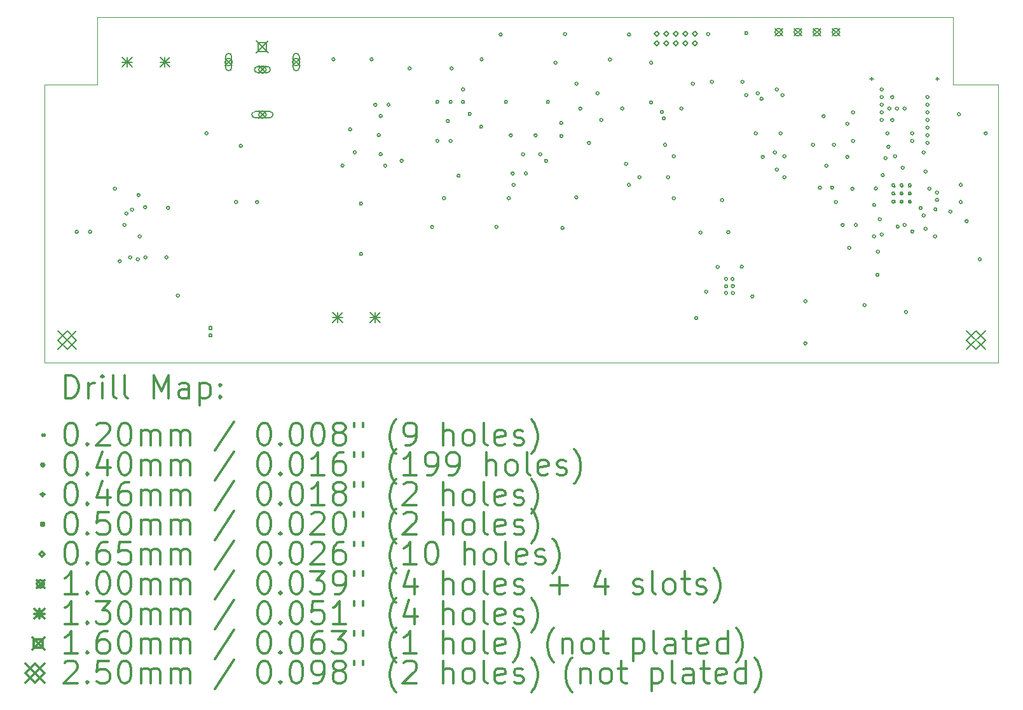
<source format=gbr>
%FSLAX45Y45*%
G04 Gerber Fmt 4.5, Leading zero omitted, Abs format (unit mm)*
G04 Created by KiCad (PCBNEW 5.1.0-5.1.0) date 2019-03-18 21:11:27*
%MOMM*%
%LPD*%
G04 APERTURE LIST*
%ADD10C,0.100000*%
%ADD11C,0.200000*%
%ADD12C,0.300000*%
G04 APERTURE END LIST*
D10*
X18400000Y-12500000D02*
X18800000Y-12500000D01*
X18200000Y-7900000D02*
X6800000Y-7900000D01*
X18200000Y-8800000D02*
X18200000Y-7900000D01*
X18800000Y-8800000D02*
X18800000Y-12500000D01*
X18800000Y-8800000D02*
X18200000Y-8800000D01*
X6800000Y-7900000D02*
X6800000Y-8800000D01*
X6100000Y-8800000D02*
X6100000Y-12500000D01*
X6100000Y-8800000D02*
X6800000Y-8800000D01*
X6100000Y-12500000D02*
X18400000Y-12500000D01*
D11*
X17408000Y-10144400D02*
X17428000Y-10164400D01*
X17428000Y-10144400D02*
X17408000Y-10164400D01*
X17408000Y-10244400D02*
X17428000Y-10264400D01*
X17428000Y-10244400D02*
X17408000Y-10264400D01*
X17408000Y-10344400D02*
X17428000Y-10364400D01*
X17428000Y-10344400D02*
X17408000Y-10364400D01*
X17508000Y-10144400D02*
X17528000Y-10164400D01*
X17528000Y-10144400D02*
X17508000Y-10164400D01*
X17508000Y-10244400D02*
X17528000Y-10264400D01*
X17528000Y-10244400D02*
X17508000Y-10264400D01*
X17508000Y-10344400D02*
X17528000Y-10364400D01*
X17528000Y-10344400D02*
X17508000Y-10364400D01*
X17608000Y-10144400D02*
X17628000Y-10164400D01*
X17628000Y-10144400D02*
X17608000Y-10164400D01*
X17608000Y-10244400D02*
X17628000Y-10264400D01*
X17628000Y-10244400D02*
X17608000Y-10264400D01*
X17608000Y-10344400D02*
X17628000Y-10364400D01*
X17628000Y-10344400D02*
X17608000Y-10364400D01*
X6547800Y-10758302D02*
G75*
G03X6547800Y-10758302I-20000J0D01*
G01*
X6725598Y-10758300D02*
G75*
G03X6725598Y-10758300I-20000J0D01*
G01*
X7055800Y-10185400D02*
G75*
G03X7055800Y-10185400I-20000J0D01*
G01*
X7119604Y-11150600D02*
G75*
G03X7119604Y-11150600I-20000J0D01*
G01*
X7182800Y-10668000D02*
G75*
G03X7182800Y-10668000I-20000J0D01*
G01*
X7208200Y-10515600D02*
G75*
G03X7208200Y-10515600I-20000J0D01*
G01*
X7259000Y-11099800D02*
G75*
G03X7259000Y-11099800I-20000J0D01*
G01*
X7284400Y-10464800D02*
G75*
G03X7284400Y-10464800I-20000J0D01*
G01*
X7360600Y-11125200D02*
G75*
G03X7360600Y-11125200I-20000J0D01*
G01*
X7370296Y-10271121D02*
G75*
G03X7370296Y-10271121I-20000J0D01*
G01*
X7386000Y-10820400D02*
G75*
G03X7386000Y-10820400I-20000J0D01*
G01*
X7458225Y-10431775D02*
G75*
G03X7458225Y-10431775I-20000J0D01*
G01*
X7462200Y-11099800D02*
G75*
G03X7462200Y-11099800I-20000J0D01*
G01*
X7741600Y-11099161D02*
G75*
G03X7741600Y-11099161I-20000J0D01*
G01*
X7763350Y-10439402D02*
G75*
G03X7763350Y-10439402I-20000J0D01*
G01*
X7894000Y-11607800D02*
G75*
G03X7894000Y-11607800I-20000J0D01*
G01*
X8275000Y-9448203D02*
G75*
G03X8275000Y-9448203I-20000J0D01*
G01*
X8668400Y-10363200D02*
G75*
G03X8668400Y-10363200I-20000J0D01*
G01*
X8732200Y-9615300D02*
G75*
G03X8732200Y-9615300I-20000J0D01*
G01*
X8948398Y-10363200D02*
G75*
G03X8948398Y-10363200I-20000J0D01*
G01*
X9966000Y-8465502D02*
G75*
G03X9966000Y-8465502I-20000J0D01*
G01*
X10085615Y-9878507D02*
G75*
G03X10085615Y-9878507I-20000J0D01*
G01*
X10188116Y-9395907D02*
G75*
G03X10188116Y-9395907I-20000J0D01*
G01*
X10250218Y-9700707D02*
G75*
G03X10250218Y-9700707I-20000J0D01*
G01*
X10332400Y-10383520D02*
G75*
G03X10332400Y-10383520I-20000J0D01*
G01*
X10332400Y-11054081D02*
G75*
G03X10332400Y-11054081I-20000J0D01*
G01*
X10474000Y-8465496D02*
G75*
G03X10474000Y-8465496I-20000J0D01*
G01*
X10524300Y-9067800D02*
G75*
G03X10524300Y-9067800I-20000J0D01*
G01*
X10569116Y-9472107D02*
G75*
G03X10569116Y-9472107I-20000J0D01*
G01*
X10594516Y-9218107D02*
G75*
G03X10594516Y-9218107I-20000J0D01*
G01*
X10594516Y-9726107D02*
G75*
G03X10594516Y-9726107I-20000J0D01*
G01*
X10656615Y-9878506D02*
G75*
G03X10656615Y-9878506I-20000J0D01*
G01*
X10699300Y-9067802D02*
G75*
G03X10699300Y-9067802I-20000J0D01*
G01*
X10873916Y-9813607D02*
G75*
G03X10873916Y-9813607I-20000J0D01*
G01*
X10980100Y-8585200D02*
G75*
G03X10980100Y-8585200I-20000J0D01*
G01*
X11278750Y-10693400D02*
G75*
G03X11278750Y-10693400I-20000J0D01*
G01*
X11348400Y-9029700D02*
G75*
G03X11348400Y-9029700I-20000J0D01*
G01*
X11349800Y-9550400D02*
G75*
G03X11349800Y-9550400I-20000J0D01*
G01*
X11437000Y-10312400D02*
G75*
G03X11437000Y-10312400I-20000J0D01*
G01*
X11488950Y-9283700D02*
G75*
G03X11488950Y-9283700I-20000J0D01*
G01*
X11526200Y-9029700D02*
G75*
G03X11526200Y-9029700I-20000J0D01*
G01*
X11526200Y-9550400D02*
G75*
G03X11526200Y-9550400I-20000J0D01*
G01*
X11538900Y-8585200D02*
G75*
G03X11538900Y-8585200I-20000J0D01*
G01*
X11632450Y-10012250D02*
G75*
G03X11632450Y-10012250I-20000J0D01*
G01*
X11691300Y-8864600D02*
G75*
G03X11691300Y-8864600I-20000J0D01*
G01*
X11691300Y-9029700D02*
G75*
G03X11691300Y-9029700I-20000J0D01*
G01*
X11780200Y-9189850D02*
G75*
G03X11780200Y-9189850I-20000J0D01*
G01*
X11932600Y-9359900D02*
G75*
G03X11932600Y-9359900I-20000J0D01*
G01*
X11939000Y-8465502D02*
G75*
G03X11939000Y-8465502I-20000J0D01*
G01*
X12135800Y-10693400D02*
G75*
G03X12135800Y-10693400I-20000J0D01*
G01*
X12193000Y-8134500D02*
G75*
G03X12193000Y-8134500I-20000J0D01*
G01*
X12262800Y-9029700D02*
G75*
G03X12262800Y-9029700I-20000J0D01*
G01*
X12300600Y-10312400D02*
G75*
G03X12300600Y-10312400I-20000J0D01*
G01*
X12327700Y-9474200D02*
G75*
G03X12327700Y-9474200I-20000J0D01*
G01*
X12353100Y-9982200D02*
G75*
G03X12353100Y-9982200I-20000J0D01*
G01*
X12364400Y-10134600D02*
G75*
G03X12364400Y-10134600I-20000J0D01*
G01*
X12491400Y-9728200D02*
G75*
G03X12491400Y-9728200I-20000J0D01*
G01*
X12528100Y-9982200D02*
G75*
G03X12528100Y-9982200I-20000J0D01*
G01*
X12657900Y-9474200D02*
G75*
G03X12657900Y-9474200I-20000J0D01*
G01*
X12720000Y-9728200D02*
G75*
G03X12720000Y-9728200I-20000J0D01*
G01*
X12796200Y-9815700D02*
G75*
G03X12796200Y-9815700I-20000J0D01*
G01*
X12821600Y-9029700D02*
G75*
G03X12821600Y-9029700I-20000J0D01*
G01*
X12923200Y-8509000D02*
G75*
G03X12923200Y-8509000I-20000J0D01*
G01*
X12999400Y-9310500D02*
G75*
G03X12999400Y-9310500I-20000J0D01*
G01*
X12999400Y-9485500D02*
G75*
G03X12999400Y-9485500I-20000J0D01*
G01*
X13016308Y-10707790D02*
G75*
G03X13016308Y-10707790I-20000J0D01*
G01*
X13050200Y-8128000D02*
G75*
G03X13050200Y-8128000I-20000J0D01*
G01*
X13199960Y-10301390D02*
G75*
G03X13199960Y-10301390I-20000J0D01*
G01*
X13202600Y-8788400D02*
G75*
G03X13202600Y-8788400I-20000J0D01*
G01*
X13252800Y-9118597D02*
G75*
G03X13252800Y-9118597I-20000J0D01*
G01*
X13369098Y-9575800D02*
G75*
G03X13369098Y-9575800I-20000J0D01*
G01*
X13482000Y-8915400D02*
G75*
G03X13482000Y-8915400I-20000J0D01*
G01*
X13532800Y-9271000D02*
G75*
G03X13532800Y-9271000I-20000J0D01*
G01*
X13647000Y-8465500D02*
G75*
G03X13647000Y-8465500I-20000J0D01*
G01*
X13812802Y-9118600D02*
G75*
G03X13812802Y-9118600I-20000J0D01*
G01*
X13863000Y-9855200D02*
G75*
G03X13863000Y-9855200I-20000J0D01*
G01*
X13899700Y-10134596D02*
G75*
G03X13899700Y-10134596I-20000J0D01*
G01*
X13901000Y-8134503D02*
G75*
G03X13901000Y-8134503I-20000J0D01*
G01*
X14040800Y-10033000D02*
G75*
G03X14040800Y-10033000I-20000J0D01*
G01*
X14195896Y-8508123D02*
G75*
G03X14195896Y-8508123I-20000J0D01*
G01*
X14195896Y-9038724D02*
G75*
G03X14195896Y-9038724I-20000J0D01*
G01*
X14339110Y-9164439D02*
G75*
G03X14339110Y-9164439I-20000J0D01*
G01*
X14365411Y-9250679D02*
G75*
G03X14365411Y-9250679I-20000J0D01*
G01*
X14382297Y-9601200D02*
G75*
G03X14382297Y-9601200I-20000J0D01*
G01*
X14421800Y-10033000D02*
G75*
G03X14421800Y-10033000I-20000J0D01*
G01*
X14498000Y-9753600D02*
G75*
G03X14498000Y-9753600I-20000J0D01*
G01*
X14498000Y-10312399D02*
G75*
G03X14498000Y-10312399I-20000J0D01*
G01*
X14599600Y-9118600D02*
G75*
G03X14599600Y-9118600I-20000J0D01*
G01*
X14752000Y-8788400D02*
G75*
G03X14752000Y-8788400I-20000J0D01*
G01*
X14796350Y-11909206D02*
G75*
G03X14796350Y-11909206I-20000J0D01*
G01*
X14853600Y-10769600D02*
G75*
G03X14853600Y-10769600I-20000J0D01*
G01*
X14929800Y-11557000D02*
G75*
G03X14929800Y-11557000I-20000J0D01*
G01*
X14955200Y-8128000D02*
G75*
G03X14955200Y-8128000I-20000J0D01*
G01*
X15006000Y-8763000D02*
G75*
G03X15006000Y-8763000I-20000J0D01*
G01*
X15082200Y-11226800D02*
G75*
G03X15082200Y-11226800I-20000J0D01*
G01*
X15142006Y-10337800D02*
G75*
G03X15142006Y-10337800I-20000J0D01*
G01*
X15193731Y-11385966D02*
G75*
G03X15193731Y-11385966I-20000J0D01*
G01*
X15193731Y-11482486D02*
G75*
G03X15193731Y-11482486I-20000J0D01*
G01*
X15193731Y-11573926D02*
G75*
G03X15193731Y-11573926I-20000J0D01*
G01*
X15224857Y-10764749D02*
G75*
G03X15224857Y-10764749I-20000J0D01*
G01*
X15280091Y-11385966D02*
G75*
G03X15280091Y-11385966I-20000J0D01*
G01*
X15285171Y-11482486D02*
G75*
G03X15285171Y-11482486I-20000J0D01*
G01*
X15285171Y-11573926D02*
G75*
G03X15285171Y-11573926I-20000J0D01*
G01*
X15403151Y-11223408D02*
G75*
G03X15403151Y-11223408I-20000J0D01*
G01*
X15412400Y-8763000D02*
G75*
G03X15412400Y-8763000I-20000J0D01*
G01*
X15463200Y-8114897D02*
G75*
G03X15463200Y-8114897I-20000J0D01*
G01*
X15463200Y-8940800D02*
G75*
G03X15463200Y-8940800I-20000J0D01*
G01*
X15544253Y-11618506D02*
G75*
G03X15544253Y-11618506I-20000J0D01*
G01*
X15590200Y-9448800D02*
G75*
G03X15590200Y-9448800I-20000J0D01*
G01*
X15615600Y-8915400D02*
G75*
G03X15615600Y-8915400I-20000J0D01*
G01*
X15666750Y-8989647D02*
G75*
G03X15666750Y-8989647I-20000J0D01*
G01*
X15683653Y-9763121D02*
G75*
G03X15683653Y-9763121I-20000J0D01*
G01*
X15844200Y-9702800D02*
G75*
G03X15844200Y-9702800I-20000J0D01*
G01*
X15869600Y-8864600D02*
G75*
G03X15869600Y-8864600I-20000J0D01*
G01*
X15869600Y-9931400D02*
G75*
G03X15869600Y-9931400I-20000J0D01*
G01*
X15920400Y-9448800D02*
G75*
G03X15920400Y-9448800I-20000J0D01*
G01*
X15945800Y-8940800D02*
G75*
G03X15945800Y-8940800I-20000J0D01*
G01*
X15971200Y-9753600D02*
G75*
G03X15971200Y-9753600I-20000J0D01*
G01*
X15971200Y-10033000D02*
G75*
G03X15971200Y-10033000I-20000J0D01*
G01*
X16250599Y-12243400D02*
G75*
G03X16250599Y-12243400I-20000J0D01*
G01*
X16250600Y-11683397D02*
G75*
G03X16250600Y-11683397I-20000J0D01*
G01*
X16352200Y-9601200D02*
G75*
G03X16352200Y-9601200I-20000J0D01*
G01*
X16444302Y-10171300D02*
G75*
G03X16444302Y-10171300I-20000J0D01*
G01*
X16493300Y-9220200D02*
G75*
G03X16493300Y-9220200I-20000J0D01*
G01*
X16530000Y-9880600D02*
G75*
G03X16530000Y-9880600I-20000J0D01*
G01*
X16606200Y-10171300D02*
G75*
G03X16606200Y-10171300I-20000J0D01*
G01*
X16631600Y-9601200D02*
G75*
G03X16631600Y-9601200I-20000J0D01*
G01*
X16657000Y-10363200D02*
G75*
G03X16657000Y-10363200I-20000J0D01*
G01*
X16747301Y-10668002D02*
G75*
G03X16747301Y-10668002I-20000J0D01*
G01*
X16809400Y-9321800D02*
G75*
G03X16809400Y-9321800I-20000J0D01*
G01*
X16809400Y-9763121D02*
G75*
G03X16809400Y-9763121I-20000J0D01*
G01*
X16834800Y-10972799D02*
G75*
G03X16834800Y-10972799I-20000J0D01*
G01*
X16876716Y-10185400D02*
G75*
G03X16876716Y-10185400I-20000J0D01*
G01*
X16885600Y-9169400D02*
G75*
G03X16885600Y-9169400I-20000J0D01*
G01*
X16885600Y-9550400D02*
G75*
G03X16885600Y-9550400I-20000J0D01*
G01*
X16922297Y-10668000D02*
G75*
G03X16922297Y-10668000I-20000J0D01*
G01*
X17038000Y-11734800D02*
G75*
G03X17038000Y-11734800I-20000J0D01*
G01*
X17165000Y-10820400D02*
G75*
G03X17165000Y-10820400I-20000J0D01*
G01*
X17167108Y-10403202D02*
G75*
G03X17167108Y-10403202I-20000J0D01*
G01*
X17189764Y-10182486D02*
G75*
G03X17189764Y-10182486I-20000J0D01*
G01*
X17208956Y-11333465D02*
G75*
G03X17208956Y-11333465I-20000J0D01*
G01*
X17215800Y-11023600D02*
G75*
G03X17215800Y-11023600I-20000J0D01*
G01*
X17241200Y-10591800D02*
G75*
G03X17241200Y-10591800I-20000J0D01*
G01*
X17266600Y-8864600D02*
G75*
G03X17266600Y-8864600I-20000J0D01*
G01*
X17266600Y-8966200D02*
G75*
G03X17266600Y-8966200I-20000J0D01*
G01*
X17266600Y-9067800D02*
G75*
G03X17266600Y-9067800I-20000J0D01*
G01*
X17266600Y-9169400D02*
G75*
G03X17266600Y-9169400I-20000J0D01*
G01*
X17266600Y-9271000D02*
G75*
G03X17266600Y-9271000I-20000J0D01*
G01*
X17266600Y-10795001D02*
G75*
G03X17266600Y-10795001I-20000J0D01*
G01*
X17281202Y-10006026D02*
G75*
G03X17281202Y-10006026I-20000J0D01*
G01*
X17317400Y-9779000D02*
G75*
G03X17317400Y-9779000I-20000J0D01*
G01*
X17342800Y-9448800D02*
G75*
G03X17342800Y-9448800I-20000J0D01*
G01*
X17356900Y-9626600D02*
G75*
G03X17356900Y-9626600I-20000J0D01*
G01*
X17368200Y-9118600D02*
G75*
G03X17368200Y-9118600I-20000J0D01*
G01*
X17407697Y-8966200D02*
G75*
G03X17407697Y-8966200I-20000J0D01*
G01*
X17407700Y-9271000D02*
G75*
G03X17407700Y-9271000I-20000J0D01*
G01*
X17420000Y-10140000D02*
G75*
G03X17420000Y-10140000I-20000J0D01*
G01*
X17420000Y-10250000D02*
G75*
G03X17420000Y-10250000I-20000J0D01*
G01*
X17420000Y-10360000D02*
G75*
G03X17420000Y-10360000I-20000J0D01*
G01*
X17444400Y-9753600D02*
G75*
G03X17444400Y-9753600I-20000J0D01*
G01*
X17469800Y-9118600D02*
G75*
G03X17469800Y-9118600I-20000J0D01*
G01*
X17478909Y-10690723D02*
G75*
G03X17478909Y-10690723I-20000J0D01*
G01*
X17530000Y-10140000D02*
G75*
G03X17530000Y-10140000I-20000J0D01*
G01*
X17530000Y-10250000D02*
G75*
G03X17530000Y-10250000I-20000J0D01*
G01*
X17530000Y-10360000D02*
G75*
G03X17530000Y-10360000I-20000J0D01*
G01*
X17546000Y-9906000D02*
G75*
G03X17546000Y-9906000I-20000J0D01*
G01*
X17571400Y-9118600D02*
G75*
G03X17571400Y-9118600I-20000J0D01*
G01*
X17571401Y-10667999D02*
G75*
G03X17571401Y-10667999I-20000J0D01*
G01*
X17589957Y-11826467D02*
G75*
G03X17589957Y-11826467I-20000J0D01*
G01*
X17640000Y-10140000D02*
G75*
G03X17640000Y-10140000I-20000J0D01*
G01*
X17640000Y-10250000D02*
G75*
G03X17640000Y-10250000I-20000J0D01*
G01*
X17640000Y-10360000D02*
G75*
G03X17640000Y-10360000I-20000J0D01*
G01*
X17673000Y-9448800D02*
G75*
G03X17673000Y-9448800I-20000J0D01*
G01*
X17673000Y-9550400D02*
G75*
G03X17673000Y-9550400I-20000J0D01*
G01*
X17673209Y-10755562D02*
G75*
G03X17673209Y-10755562I-20000J0D01*
G01*
X17785500Y-10443560D02*
G75*
G03X17785500Y-10443560I-20000J0D01*
G01*
X17825400Y-9702800D02*
G75*
G03X17825400Y-9702800I-20000J0D01*
G01*
X17825400Y-10541000D02*
G75*
G03X17825400Y-10541000I-20000J0D01*
G01*
X17850800Y-9956800D02*
G75*
G03X17850800Y-9956800I-20000J0D01*
G01*
X17850800Y-10718800D02*
G75*
G03X17850800Y-10718800I-20000J0D01*
G01*
X17876200Y-8966200D02*
G75*
G03X17876200Y-8966200I-20000J0D01*
G01*
X17876200Y-9067800D02*
G75*
G03X17876200Y-9067800I-20000J0D01*
G01*
X17876200Y-9169400D02*
G75*
G03X17876200Y-9169400I-20000J0D01*
G01*
X17876200Y-9271000D02*
G75*
G03X17876200Y-9271000I-20000J0D01*
G01*
X17876200Y-9372600D02*
G75*
G03X17876200Y-9372600I-20000J0D01*
G01*
X17876200Y-9474200D02*
G75*
G03X17876200Y-9474200I-20000J0D01*
G01*
X17876200Y-9575800D02*
G75*
G03X17876200Y-9575800I-20000J0D01*
G01*
X17901600Y-10185396D02*
G75*
G03X17901600Y-10185396I-20000J0D01*
G01*
X17977800Y-10820400D02*
G75*
G03X17977800Y-10820400I-20000J0D01*
G01*
X17982353Y-10460247D02*
G75*
G03X17982353Y-10460247I-20000J0D01*
G01*
X18003200Y-10236200D02*
G75*
G03X18003200Y-10236200I-20000J0D01*
G01*
X18003200Y-10334526D02*
G75*
G03X18003200Y-10334526I-20000J0D01*
G01*
X18181000Y-10490200D02*
G75*
G03X18181000Y-10490200I-20000J0D01*
G01*
X18294900Y-9194800D02*
G75*
G03X18294900Y-9194800I-20000J0D01*
G01*
X18319297Y-10134600D02*
G75*
G03X18319297Y-10134600I-20000J0D01*
G01*
X18319300Y-10363200D02*
G75*
G03X18319300Y-10363200I-20000J0D01*
G01*
X18398302Y-10617200D02*
G75*
G03X18398302Y-10617200I-20000J0D01*
G01*
X18573300Y-11125201D02*
G75*
G03X18573300Y-11125201I-20000J0D01*
G01*
X18651300Y-9448800D02*
G75*
G03X18651300Y-9448800I-20000J0D01*
G01*
X17112000Y-8699000D02*
X17112000Y-8745000D01*
X17089000Y-8722000D02*
X17135000Y-8722000D01*
X17988000Y-8699000D02*
X17988000Y-8745000D01*
X17965000Y-8722000D02*
X18011000Y-8722000D01*
X8323478Y-12057278D02*
X8323478Y-12021922D01*
X8288122Y-12021922D01*
X8288122Y-12057278D01*
X8323478Y-12057278D01*
X8323478Y-12157278D02*
X8323478Y-12121922D01*
X8288122Y-12121922D01*
X8288122Y-12157278D01*
X8323478Y-12157278D01*
X14249400Y-8155500D02*
X14281900Y-8123000D01*
X14249400Y-8090500D01*
X14216900Y-8123000D01*
X14249400Y-8155500D01*
X14249400Y-8282500D02*
X14281900Y-8250000D01*
X14249400Y-8217500D01*
X14216900Y-8250000D01*
X14249400Y-8282500D01*
X14376400Y-8155500D02*
X14408900Y-8123000D01*
X14376400Y-8090500D01*
X14343900Y-8123000D01*
X14376400Y-8155500D01*
X14376400Y-8282500D02*
X14408900Y-8250000D01*
X14376400Y-8217500D01*
X14343900Y-8250000D01*
X14376400Y-8282500D01*
X14503400Y-8155500D02*
X14535900Y-8123000D01*
X14503400Y-8090500D01*
X14470900Y-8123000D01*
X14503400Y-8155500D01*
X14503400Y-8282500D02*
X14535900Y-8250000D01*
X14503400Y-8217500D01*
X14470900Y-8250000D01*
X14503400Y-8282500D01*
X14630400Y-8155500D02*
X14662900Y-8123000D01*
X14630400Y-8090500D01*
X14597900Y-8123000D01*
X14630400Y-8155500D01*
X14630400Y-8282500D02*
X14662900Y-8250000D01*
X14630400Y-8217500D01*
X14597900Y-8250000D01*
X14630400Y-8282500D01*
X14757400Y-8155500D02*
X14789900Y-8123000D01*
X14757400Y-8090500D01*
X14724900Y-8123000D01*
X14757400Y-8155500D01*
X14757400Y-8282500D02*
X14789900Y-8250000D01*
X14757400Y-8217500D01*
X14724900Y-8250000D01*
X14757400Y-8282500D01*
X8500000Y-8450000D02*
X8600000Y-8550000D01*
X8600000Y-8450000D02*
X8500000Y-8550000D01*
X8600000Y-8500000D02*
G75*
G03X8600000Y-8500000I-50000J0D01*
G01*
X8590000Y-8575000D02*
X8590000Y-8425000D01*
X8510000Y-8575000D02*
X8510000Y-8425000D01*
X8590000Y-8425000D02*
G75*
G03X8510000Y-8425000I-40000J0D01*
G01*
X8510000Y-8575000D02*
G75*
G03X8590000Y-8575000I40000J0D01*
G01*
X8950000Y-8550000D02*
X9050000Y-8650000D01*
X9050000Y-8550000D02*
X8950000Y-8650000D01*
X9050000Y-8600000D02*
G75*
G03X9050000Y-8600000I-50000J0D01*
G01*
X9065000Y-8560000D02*
X8935000Y-8560000D01*
X9065000Y-8640000D02*
X8935000Y-8640000D01*
X8935000Y-8560000D02*
G75*
G03X8935000Y-8640000I0J-40000D01*
G01*
X9065000Y-8640000D02*
G75*
G03X9065000Y-8560000I0J40000D01*
G01*
X8950000Y-9150000D02*
X9050000Y-9250000D01*
X9050000Y-9150000D02*
X8950000Y-9250000D01*
X9050000Y-9200000D02*
G75*
G03X9050000Y-9200000I-50000J0D01*
G01*
X9100000Y-9160000D02*
X8900000Y-9160000D01*
X9100000Y-9240000D02*
X8900000Y-9240000D01*
X8900000Y-9160000D02*
G75*
G03X8900000Y-9240000I0J-40000D01*
G01*
X9100000Y-9240000D02*
G75*
G03X9100000Y-9160000I0J40000D01*
G01*
X9400000Y-8450000D02*
X9500000Y-8550000D01*
X9500000Y-8450000D02*
X9400000Y-8550000D01*
X9500000Y-8500000D02*
G75*
G03X9500000Y-8500000I-50000J0D01*
G01*
X9490000Y-8575000D02*
X9490000Y-8425000D01*
X9410000Y-8575000D02*
X9410000Y-8425000D01*
X9490000Y-8425000D02*
G75*
G03X9410000Y-8425000I-40000J0D01*
G01*
X9410000Y-8575000D02*
G75*
G03X9490000Y-8575000I40000J0D01*
G01*
X15825000Y-8052600D02*
X15925000Y-8152600D01*
X15925000Y-8052600D02*
X15825000Y-8152600D01*
X15925000Y-8102600D02*
G75*
G03X15925000Y-8102600I-50000J0D01*
G01*
X16079000Y-8052600D02*
X16179000Y-8152600D01*
X16179000Y-8052600D02*
X16079000Y-8152600D01*
X16179000Y-8102600D02*
G75*
G03X16179000Y-8102600I-50000J0D01*
G01*
X16333000Y-8052600D02*
X16433000Y-8152600D01*
X16433000Y-8052600D02*
X16333000Y-8152600D01*
X16433000Y-8102600D02*
G75*
G03X16433000Y-8102600I-50000J0D01*
G01*
X16587000Y-8052600D02*
X16687000Y-8152600D01*
X16687000Y-8052600D02*
X16587000Y-8152600D01*
X16687000Y-8102600D02*
G75*
G03X16687000Y-8102600I-50000J0D01*
G01*
X7135000Y-8435000D02*
X7265000Y-8565000D01*
X7265000Y-8435000D02*
X7135000Y-8565000D01*
X7200000Y-8435000D02*
X7200000Y-8565000D01*
X7135000Y-8500000D02*
X7265000Y-8500000D01*
X7635000Y-8435000D02*
X7765000Y-8565000D01*
X7765000Y-8435000D02*
X7635000Y-8565000D01*
X7700000Y-8435000D02*
X7700000Y-8565000D01*
X7635000Y-8500000D02*
X7765000Y-8500000D01*
X9935000Y-11835000D02*
X10065000Y-11965000D01*
X10065000Y-11835000D02*
X9935000Y-11965000D01*
X10000000Y-11835000D02*
X10000000Y-11965000D01*
X9935000Y-11900000D02*
X10065000Y-11900000D01*
X10435000Y-11835000D02*
X10565000Y-11965000D01*
X10565000Y-11835000D02*
X10435000Y-11965000D01*
X10500000Y-11835000D02*
X10500000Y-11965000D01*
X10435000Y-11900000D02*
X10565000Y-11900000D01*
X8920000Y-8220000D02*
X9080000Y-8380000D01*
X9080000Y-8220000D02*
X8920000Y-8380000D01*
X9056569Y-8356569D02*
X9056569Y-8243431D01*
X8943431Y-8243431D01*
X8943431Y-8356569D01*
X9056569Y-8356569D01*
X6275000Y-12075000D02*
X6525000Y-12325000D01*
X6525000Y-12075000D02*
X6275000Y-12325000D01*
X6400000Y-12325000D02*
X6525000Y-12200000D01*
X6400000Y-12075000D01*
X6275000Y-12200000D01*
X6400000Y-12325000D01*
X18375000Y-12075000D02*
X18625000Y-12325000D01*
X18625000Y-12075000D02*
X18375000Y-12325000D01*
X18500000Y-12325000D02*
X18625000Y-12200000D01*
X18500000Y-12075000D01*
X18375000Y-12200000D01*
X18500000Y-12325000D01*
D12*
X6381428Y-12970714D02*
X6381428Y-12670714D01*
X6452857Y-12670714D01*
X6495714Y-12685000D01*
X6524286Y-12713571D01*
X6538571Y-12742143D01*
X6552857Y-12799286D01*
X6552857Y-12842143D01*
X6538571Y-12899286D01*
X6524286Y-12927857D01*
X6495714Y-12956429D01*
X6452857Y-12970714D01*
X6381428Y-12970714D01*
X6681428Y-12970714D02*
X6681428Y-12770714D01*
X6681428Y-12827857D02*
X6695714Y-12799286D01*
X6710000Y-12785000D01*
X6738571Y-12770714D01*
X6767143Y-12770714D01*
X6867143Y-12970714D02*
X6867143Y-12770714D01*
X6867143Y-12670714D02*
X6852857Y-12685000D01*
X6867143Y-12699286D01*
X6881428Y-12685000D01*
X6867143Y-12670714D01*
X6867143Y-12699286D01*
X7052857Y-12970714D02*
X7024286Y-12956429D01*
X7010000Y-12927857D01*
X7010000Y-12670714D01*
X7210000Y-12970714D02*
X7181428Y-12956429D01*
X7167143Y-12927857D01*
X7167143Y-12670714D01*
X7552857Y-12970714D02*
X7552857Y-12670714D01*
X7652857Y-12885000D01*
X7752857Y-12670714D01*
X7752857Y-12970714D01*
X8024286Y-12970714D02*
X8024286Y-12813571D01*
X8010000Y-12785000D01*
X7981428Y-12770714D01*
X7924286Y-12770714D01*
X7895714Y-12785000D01*
X8024286Y-12956429D02*
X7995714Y-12970714D01*
X7924286Y-12970714D01*
X7895714Y-12956429D01*
X7881428Y-12927857D01*
X7881428Y-12899286D01*
X7895714Y-12870714D01*
X7924286Y-12856429D01*
X7995714Y-12856429D01*
X8024286Y-12842143D01*
X8167143Y-12770714D02*
X8167143Y-13070714D01*
X8167143Y-12785000D02*
X8195714Y-12770714D01*
X8252857Y-12770714D01*
X8281428Y-12785000D01*
X8295714Y-12799286D01*
X8310000Y-12827857D01*
X8310000Y-12913571D01*
X8295714Y-12942143D01*
X8281428Y-12956429D01*
X8252857Y-12970714D01*
X8195714Y-12970714D01*
X8167143Y-12956429D01*
X8438571Y-12942143D02*
X8452857Y-12956429D01*
X8438571Y-12970714D01*
X8424286Y-12956429D01*
X8438571Y-12942143D01*
X8438571Y-12970714D01*
X8438571Y-12785000D02*
X8452857Y-12799286D01*
X8438571Y-12813571D01*
X8424286Y-12799286D01*
X8438571Y-12785000D01*
X8438571Y-12813571D01*
X6075000Y-13455000D02*
X6095000Y-13475000D01*
X6095000Y-13455000D02*
X6075000Y-13475000D01*
X6438571Y-13300714D02*
X6467143Y-13300714D01*
X6495714Y-13315000D01*
X6510000Y-13329286D01*
X6524286Y-13357857D01*
X6538571Y-13415000D01*
X6538571Y-13486429D01*
X6524286Y-13543571D01*
X6510000Y-13572143D01*
X6495714Y-13586429D01*
X6467143Y-13600714D01*
X6438571Y-13600714D01*
X6410000Y-13586429D01*
X6395714Y-13572143D01*
X6381428Y-13543571D01*
X6367143Y-13486429D01*
X6367143Y-13415000D01*
X6381428Y-13357857D01*
X6395714Y-13329286D01*
X6410000Y-13315000D01*
X6438571Y-13300714D01*
X6667143Y-13572143D02*
X6681428Y-13586429D01*
X6667143Y-13600714D01*
X6652857Y-13586429D01*
X6667143Y-13572143D01*
X6667143Y-13600714D01*
X6795714Y-13329286D02*
X6810000Y-13315000D01*
X6838571Y-13300714D01*
X6910000Y-13300714D01*
X6938571Y-13315000D01*
X6952857Y-13329286D01*
X6967143Y-13357857D01*
X6967143Y-13386429D01*
X6952857Y-13429286D01*
X6781428Y-13600714D01*
X6967143Y-13600714D01*
X7152857Y-13300714D02*
X7181428Y-13300714D01*
X7210000Y-13315000D01*
X7224286Y-13329286D01*
X7238571Y-13357857D01*
X7252857Y-13415000D01*
X7252857Y-13486429D01*
X7238571Y-13543571D01*
X7224286Y-13572143D01*
X7210000Y-13586429D01*
X7181428Y-13600714D01*
X7152857Y-13600714D01*
X7124286Y-13586429D01*
X7110000Y-13572143D01*
X7095714Y-13543571D01*
X7081428Y-13486429D01*
X7081428Y-13415000D01*
X7095714Y-13357857D01*
X7110000Y-13329286D01*
X7124286Y-13315000D01*
X7152857Y-13300714D01*
X7381428Y-13600714D02*
X7381428Y-13400714D01*
X7381428Y-13429286D02*
X7395714Y-13415000D01*
X7424286Y-13400714D01*
X7467143Y-13400714D01*
X7495714Y-13415000D01*
X7510000Y-13443571D01*
X7510000Y-13600714D01*
X7510000Y-13443571D02*
X7524286Y-13415000D01*
X7552857Y-13400714D01*
X7595714Y-13400714D01*
X7624286Y-13415000D01*
X7638571Y-13443571D01*
X7638571Y-13600714D01*
X7781428Y-13600714D02*
X7781428Y-13400714D01*
X7781428Y-13429286D02*
X7795714Y-13415000D01*
X7824286Y-13400714D01*
X7867143Y-13400714D01*
X7895714Y-13415000D01*
X7910000Y-13443571D01*
X7910000Y-13600714D01*
X7910000Y-13443571D02*
X7924286Y-13415000D01*
X7952857Y-13400714D01*
X7995714Y-13400714D01*
X8024286Y-13415000D01*
X8038571Y-13443571D01*
X8038571Y-13600714D01*
X8624286Y-13286429D02*
X8367143Y-13672143D01*
X9010000Y-13300714D02*
X9038571Y-13300714D01*
X9067143Y-13315000D01*
X9081428Y-13329286D01*
X9095714Y-13357857D01*
X9110000Y-13415000D01*
X9110000Y-13486429D01*
X9095714Y-13543571D01*
X9081428Y-13572143D01*
X9067143Y-13586429D01*
X9038571Y-13600714D01*
X9010000Y-13600714D01*
X8981428Y-13586429D01*
X8967143Y-13572143D01*
X8952857Y-13543571D01*
X8938571Y-13486429D01*
X8938571Y-13415000D01*
X8952857Y-13357857D01*
X8967143Y-13329286D01*
X8981428Y-13315000D01*
X9010000Y-13300714D01*
X9238571Y-13572143D02*
X9252857Y-13586429D01*
X9238571Y-13600714D01*
X9224286Y-13586429D01*
X9238571Y-13572143D01*
X9238571Y-13600714D01*
X9438571Y-13300714D02*
X9467143Y-13300714D01*
X9495714Y-13315000D01*
X9510000Y-13329286D01*
X9524286Y-13357857D01*
X9538571Y-13415000D01*
X9538571Y-13486429D01*
X9524286Y-13543571D01*
X9510000Y-13572143D01*
X9495714Y-13586429D01*
X9467143Y-13600714D01*
X9438571Y-13600714D01*
X9410000Y-13586429D01*
X9395714Y-13572143D01*
X9381428Y-13543571D01*
X9367143Y-13486429D01*
X9367143Y-13415000D01*
X9381428Y-13357857D01*
X9395714Y-13329286D01*
X9410000Y-13315000D01*
X9438571Y-13300714D01*
X9724286Y-13300714D02*
X9752857Y-13300714D01*
X9781428Y-13315000D01*
X9795714Y-13329286D01*
X9810000Y-13357857D01*
X9824286Y-13415000D01*
X9824286Y-13486429D01*
X9810000Y-13543571D01*
X9795714Y-13572143D01*
X9781428Y-13586429D01*
X9752857Y-13600714D01*
X9724286Y-13600714D01*
X9695714Y-13586429D01*
X9681428Y-13572143D01*
X9667143Y-13543571D01*
X9652857Y-13486429D01*
X9652857Y-13415000D01*
X9667143Y-13357857D01*
X9681428Y-13329286D01*
X9695714Y-13315000D01*
X9724286Y-13300714D01*
X9995714Y-13429286D02*
X9967143Y-13415000D01*
X9952857Y-13400714D01*
X9938571Y-13372143D01*
X9938571Y-13357857D01*
X9952857Y-13329286D01*
X9967143Y-13315000D01*
X9995714Y-13300714D01*
X10052857Y-13300714D01*
X10081428Y-13315000D01*
X10095714Y-13329286D01*
X10110000Y-13357857D01*
X10110000Y-13372143D01*
X10095714Y-13400714D01*
X10081428Y-13415000D01*
X10052857Y-13429286D01*
X9995714Y-13429286D01*
X9967143Y-13443571D01*
X9952857Y-13457857D01*
X9938571Y-13486429D01*
X9938571Y-13543571D01*
X9952857Y-13572143D01*
X9967143Y-13586429D01*
X9995714Y-13600714D01*
X10052857Y-13600714D01*
X10081428Y-13586429D01*
X10095714Y-13572143D01*
X10110000Y-13543571D01*
X10110000Y-13486429D01*
X10095714Y-13457857D01*
X10081428Y-13443571D01*
X10052857Y-13429286D01*
X10224286Y-13300714D02*
X10224286Y-13357857D01*
X10338571Y-13300714D02*
X10338571Y-13357857D01*
X10781428Y-13715000D02*
X10767143Y-13700714D01*
X10738571Y-13657857D01*
X10724286Y-13629286D01*
X10710000Y-13586429D01*
X10695714Y-13515000D01*
X10695714Y-13457857D01*
X10710000Y-13386429D01*
X10724286Y-13343571D01*
X10738571Y-13315000D01*
X10767143Y-13272143D01*
X10781428Y-13257857D01*
X10910000Y-13600714D02*
X10967143Y-13600714D01*
X10995714Y-13586429D01*
X11010000Y-13572143D01*
X11038571Y-13529286D01*
X11052857Y-13472143D01*
X11052857Y-13357857D01*
X11038571Y-13329286D01*
X11024286Y-13315000D01*
X10995714Y-13300714D01*
X10938571Y-13300714D01*
X10910000Y-13315000D01*
X10895714Y-13329286D01*
X10881428Y-13357857D01*
X10881428Y-13429286D01*
X10895714Y-13457857D01*
X10910000Y-13472143D01*
X10938571Y-13486429D01*
X10995714Y-13486429D01*
X11024286Y-13472143D01*
X11038571Y-13457857D01*
X11052857Y-13429286D01*
X11410000Y-13600714D02*
X11410000Y-13300714D01*
X11538571Y-13600714D02*
X11538571Y-13443571D01*
X11524286Y-13415000D01*
X11495714Y-13400714D01*
X11452857Y-13400714D01*
X11424286Y-13415000D01*
X11410000Y-13429286D01*
X11724286Y-13600714D02*
X11695714Y-13586429D01*
X11681428Y-13572143D01*
X11667143Y-13543571D01*
X11667143Y-13457857D01*
X11681428Y-13429286D01*
X11695714Y-13415000D01*
X11724286Y-13400714D01*
X11767143Y-13400714D01*
X11795714Y-13415000D01*
X11810000Y-13429286D01*
X11824286Y-13457857D01*
X11824286Y-13543571D01*
X11810000Y-13572143D01*
X11795714Y-13586429D01*
X11767143Y-13600714D01*
X11724286Y-13600714D01*
X11995714Y-13600714D02*
X11967143Y-13586429D01*
X11952857Y-13557857D01*
X11952857Y-13300714D01*
X12224286Y-13586429D02*
X12195714Y-13600714D01*
X12138571Y-13600714D01*
X12110000Y-13586429D01*
X12095714Y-13557857D01*
X12095714Y-13443571D01*
X12110000Y-13415000D01*
X12138571Y-13400714D01*
X12195714Y-13400714D01*
X12224286Y-13415000D01*
X12238571Y-13443571D01*
X12238571Y-13472143D01*
X12095714Y-13500714D01*
X12352857Y-13586429D02*
X12381428Y-13600714D01*
X12438571Y-13600714D01*
X12467143Y-13586429D01*
X12481428Y-13557857D01*
X12481428Y-13543571D01*
X12467143Y-13515000D01*
X12438571Y-13500714D01*
X12395714Y-13500714D01*
X12367143Y-13486429D01*
X12352857Y-13457857D01*
X12352857Y-13443571D01*
X12367143Y-13415000D01*
X12395714Y-13400714D01*
X12438571Y-13400714D01*
X12467143Y-13415000D01*
X12581428Y-13715000D02*
X12595714Y-13700714D01*
X12624286Y-13657857D01*
X12638571Y-13629286D01*
X12652857Y-13586429D01*
X12667143Y-13515000D01*
X12667143Y-13457857D01*
X12652857Y-13386429D01*
X12638571Y-13343571D01*
X12624286Y-13315000D01*
X12595714Y-13272143D01*
X12581428Y-13257857D01*
X6095000Y-13861000D02*
G75*
G03X6095000Y-13861000I-20000J0D01*
G01*
X6438571Y-13696714D02*
X6467143Y-13696714D01*
X6495714Y-13711000D01*
X6510000Y-13725286D01*
X6524286Y-13753857D01*
X6538571Y-13811000D01*
X6538571Y-13882429D01*
X6524286Y-13939571D01*
X6510000Y-13968143D01*
X6495714Y-13982429D01*
X6467143Y-13996714D01*
X6438571Y-13996714D01*
X6410000Y-13982429D01*
X6395714Y-13968143D01*
X6381428Y-13939571D01*
X6367143Y-13882429D01*
X6367143Y-13811000D01*
X6381428Y-13753857D01*
X6395714Y-13725286D01*
X6410000Y-13711000D01*
X6438571Y-13696714D01*
X6667143Y-13968143D02*
X6681428Y-13982429D01*
X6667143Y-13996714D01*
X6652857Y-13982429D01*
X6667143Y-13968143D01*
X6667143Y-13996714D01*
X6938571Y-13796714D02*
X6938571Y-13996714D01*
X6867143Y-13682429D02*
X6795714Y-13896714D01*
X6981428Y-13896714D01*
X7152857Y-13696714D02*
X7181428Y-13696714D01*
X7210000Y-13711000D01*
X7224286Y-13725286D01*
X7238571Y-13753857D01*
X7252857Y-13811000D01*
X7252857Y-13882429D01*
X7238571Y-13939571D01*
X7224286Y-13968143D01*
X7210000Y-13982429D01*
X7181428Y-13996714D01*
X7152857Y-13996714D01*
X7124286Y-13982429D01*
X7110000Y-13968143D01*
X7095714Y-13939571D01*
X7081428Y-13882429D01*
X7081428Y-13811000D01*
X7095714Y-13753857D01*
X7110000Y-13725286D01*
X7124286Y-13711000D01*
X7152857Y-13696714D01*
X7381428Y-13996714D02*
X7381428Y-13796714D01*
X7381428Y-13825286D02*
X7395714Y-13811000D01*
X7424286Y-13796714D01*
X7467143Y-13796714D01*
X7495714Y-13811000D01*
X7510000Y-13839571D01*
X7510000Y-13996714D01*
X7510000Y-13839571D02*
X7524286Y-13811000D01*
X7552857Y-13796714D01*
X7595714Y-13796714D01*
X7624286Y-13811000D01*
X7638571Y-13839571D01*
X7638571Y-13996714D01*
X7781428Y-13996714D02*
X7781428Y-13796714D01*
X7781428Y-13825286D02*
X7795714Y-13811000D01*
X7824286Y-13796714D01*
X7867143Y-13796714D01*
X7895714Y-13811000D01*
X7910000Y-13839571D01*
X7910000Y-13996714D01*
X7910000Y-13839571D02*
X7924286Y-13811000D01*
X7952857Y-13796714D01*
X7995714Y-13796714D01*
X8024286Y-13811000D01*
X8038571Y-13839571D01*
X8038571Y-13996714D01*
X8624286Y-13682429D02*
X8367143Y-14068143D01*
X9010000Y-13696714D02*
X9038571Y-13696714D01*
X9067143Y-13711000D01*
X9081428Y-13725286D01*
X9095714Y-13753857D01*
X9110000Y-13811000D01*
X9110000Y-13882429D01*
X9095714Y-13939571D01*
X9081428Y-13968143D01*
X9067143Y-13982429D01*
X9038571Y-13996714D01*
X9010000Y-13996714D01*
X8981428Y-13982429D01*
X8967143Y-13968143D01*
X8952857Y-13939571D01*
X8938571Y-13882429D01*
X8938571Y-13811000D01*
X8952857Y-13753857D01*
X8967143Y-13725286D01*
X8981428Y-13711000D01*
X9010000Y-13696714D01*
X9238571Y-13968143D02*
X9252857Y-13982429D01*
X9238571Y-13996714D01*
X9224286Y-13982429D01*
X9238571Y-13968143D01*
X9238571Y-13996714D01*
X9438571Y-13696714D02*
X9467143Y-13696714D01*
X9495714Y-13711000D01*
X9510000Y-13725286D01*
X9524286Y-13753857D01*
X9538571Y-13811000D01*
X9538571Y-13882429D01*
X9524286Y-13939571D01*
X9510000Y-13968143D01*
X9495714Y-13982429D01*
X9467143Y-13996714D01*
X9438571Y-13996714D01*
X9410000Y-13982429D01*
X9395714Y-13968143D01*
X9381428Y-13939571D01*
X9367143Y-13882429D01*
X9367143Y-13811000D01*
X9381428Y-13753857D01*
X9395714Y-13725286D01*
X9410000Y-13711000D01*
X9438571Y-13696714D01*
X9824286Y-13996714D02*
X9652857Y-13996714D01*
X9738571Y-13996714D02*
X9738571Y-13696714D01*
X9710000Y-13739571D01*
X9681428Y-13768143D01*
X9652857Y-13782429D01*
X10081428Y-13696714D02*
X10024286Y-13696714D01*
X9995714Y-13711000D01*
X9981428Y-13725286D01*
X9952857Y-13768143D01*
X9938571Y-13825286D01*
X9938571Y-13939571D01*
X9952857Y-13968143D01*
X9967143Y-13982429D01*
X9995714Y-13996714D01*
X10052857Y-13996714D01*
X10081428Y-13982429D01*
X10095714Y-13968143D01*
X10110000Y-13939571D01*
X10110000Y-13868143D01*
X10095714Y-13839571D01*
X10081428Y-13825286D01*
X10052857Y-13811000D01*
X9995714Y-13811000D01*
X9967143Y-13825286D01*
X9952857Y-13839571D01*
X9938571Y-13868143D01*
X10224286Y-13696714D02*
X10224286Y-13753857D01*
X10338571Y-13696714D02*
X10338571Y-13753857D01*
X10781428Y-14111000D02*
X10767143Y-14096714D01*
X10738571Y-14053857D01*
X10724286Y-14025286D01*
X10710000Y-13982429D01*
X10695714Y-13911000D01*
X10695714Y-13853857D01*
X10710000Y-13782429D01*
X10724286Y-13739571D01*
X10738571Y-13711000D01*
X10767143Y-13668143D01*
X10781428Y-13653857D01*
X11052857Y-13996714D02*
X10881428Y-13996714D01*
X10967143Y-13996714D02*
X10967143Y-13696714D01*
X10938571Y-13739571D01*
X10910000Y-13768143D01*
X10881428Y-13782429D01*
X11195714Y-13996714D02*
X11252857Y-13996714D01*
X11281428Y-13982429D01*
X11295714Y-13968143D01*
X11324286Y-13925286D01*
X11338571Y-13868143D01*
X11338571Y-13753857D01*
X11324286Y-13725286D01*
X11310000Y-13711000D01*
X11281428Y-13696714D01*
X11224286Y-13696714D01*
X11195714Y-13711000D01*
X11181428Y-13725286D01*
X11167143Y-13753857D01*
X11167143Y-13825286D01*
X11181428Y-13853857D01*
X11195714Y-13868143D01*
X11224286Y-13882429D01*
X11281428Y-13882429D01*
X11310000Y-13868143D01*
X11324286Y-13853857D01*
X11338571Y-13825286D01*
X11481428Y-13996714D02*
X11538571Y-13996714D01*
X11567143Y-13982429D01*
X11581428Y-13968143D01*
X11610000Y-13925286D01*
X11624286Y-13868143D01*
X11624286Y-13753857D01*
X11610000Y-13725286D01*
X11595714Y-13711000D01*
X11567143Y-13696714D01*
X11510000Y-13696714D01*
X11481428Y-13711000D01*
X11467143Y-13725286D01*
X11452857Y-13753857D01*
X11452857Y-13825286D01*
X11467143Y-13853857D01*
X11481428Y-13868143D01*
X11510000Y-13882429D01*
X11567143Y-13882429D01*
X11595714Y-13868143D01*
X11610000Y-13853857D01*
X11624286Y-13825286D01*
X11981428Y-13996714D02*
X11981428Y-13696714D01*
X12110000Y-13996714D02*
X12110000Y-13839571D01*
X12095714Y-13811000D01*
X12067143Y-13796714D01*
X12024286Y-13796714D01*
X11995714Y-13811000D01*
X11981428Y-13825286D01*
X12295714Y-13996714D02*
X12267143Y-13982429D01*
X12252857Y-13968143D01*
X12238571Y-13939571D01*
X12238571Y-13853857D01*
X12252857Y-13825286D01*
X12267143Y-13811000D01*
X12295714Y-13796714D01*
X12338571Y-13796714D01*
X12367143Y-13811000D01*
X12381428Y-13825286D01*
X12395714Y-13853857D01*
X12395714Y-13939571D01*
X12381428Y-13968143D01*
X12367143Y-13982429D01*
X12338571Y-13996714D01*
X12295714Y-13996714D01*
X12567143Y-13996714D02*
X12538571Y-13982429D01*
X12524286Y-13953857D01*
X12524286Y-13696714D01*
X12795714Y-13982429D02*
X12767143Y-13996714D01*
X12710000Y-13996714D01*
X12681428Y-13982429D01*
X12667143Y-13953857D01*
X12667143Y-13839571D01*
X12681428Y-13811000D01*
X12710000Y-13796714D01*
X12767143Y-13796714D01*
X12795714Y-13811000D01*
X12810000Y-13839571D01*
X12810000Y-13868143D01*
X12667143Y-13896714D01*
X12924286Y-13982429D02*
X12952857Y-13996714D01*
X13010000Y-13996714D01*
X13038571Y-13982429D01*
X13052857Y-13953857D01*
X13052857Y-13939571D01*
X13038571Y-13911000D01*
X13010000Y-13896714D01*
X12967143Y-13896714D01*
X12938571Y-13882429D01*
X12924286Y-13853857D01*
X12924286Y-13839571D01*
X12938571Y-13811000D01*
X12967143Y-13796714D01*
X13010000Y-13796714D01*
X13038571Y-13811000D01*
X13152857Y-14111000D02*
X13167143Y-14096714D01*
X13195714Y-14053857D01*
X13210000Y-14025286D01*
X13224286Y-13982429D01*
X13238571Y-13911000D01*
X13238571Y-13853857D01*
X13224286Y-13782429D01*
X13210000Y-13739571D01*
X13195714Y-13711000D01*
X13167143Y-13668143D01*
X13152857Y-13653857D01*
X6072000Y-14234000D02*
X6072000Y-14280000D01*
X6049000Y-14257000D02*
X6095000Y-14257000D01*
X6438571Y-14092714D02*
X6467143Y-14092714D01*
X6495714Y-14107000D01*
X6510000Y-14121286D01*
X6524286Y-14149857D01*
X6538571Y-14207000D01*
X6538571Y-14278429D01*
X6524286Y-14335571D01*
X6510000Y-14364143D01*
X6495714Y-14378429D01*
X6467143Y-14392714D01*
X6438571Y-14392714D01*
X6410000Y-14378429D01*
X6395714Y-14364143D01*
X6381428Y-14335571D01*
X6367143Y-14278429D01*
X6367143Y-14207000D01*
X6381428Y-14149857D01*
X6395714Y-14121286D01*
X6410000Y-14107000D01*
X6438571Y-14092714D01*
X6667143Y-14364143D02*
X6681428Y-14378429D01*
X6667143Y-14392714D01*
X6652857Y-14378429D01*
X6667143Y-14364143D01*
X6667143Y-14392714D01*
X6938571Y-14192714D02*
X6938571Y-14392714D01*
X6867143Y-14078429D02*
X6795714Y-14292714D01*
X6981428Y-14292714D01*
X7224286Y-14092714D02*
X7167143Y-14092714D01*
X7138571Y-14107000D01*
X7124286Y-14121286D01*
X7095714Y-14164143D01*
X7081428Y-14221286D01*
X7081428Y-14335571D01*
X7095714Y-14364143D01*
X7110000Y-14378429D01*
X7138571Y-14392714D01*
X7195714Y-14392714D01*
X7224286Y-14378429D01*
X7238571Y-14364143D01*
X7252857Y-14335571D01*
X7252857Y-14264143D01*
X7238571Y-14235571D01*
X7224286Y-14221286D01*
X7195714Y-14207000D01*
X7138571Y-14207000D01*
X7110000Y-14221286D01*
X7095714Y-14235571D01*
X7081428Y-14264143D01*
X7381428Y-14392714D02*
X7381428Y-14192714D01*
X7381428Y-14221286D02*
X7395714Y-14207000D01*
X7424286Y-14192714D01*
X7467143Y-14192714D01*
X7495714Y-14207000D01*
X7510000Y-14235571D01*
X7510000Y-14392714D01*
X7510000Y-14235571D02*
X7524286Y-14207000D01*
X7552857Y-14192714D01*
X7595714Y-14192714D01*
X7624286Y-14207000D01*
X7638571Y-14235571D01*
X7638571Y-14392714D01*
X7781428Y-14392714D02*
X7781428Y-14192714D01*
X7781428Y-14221286D02*
X7795714Y-14207000D01*
X7824286Y-14192714D01*
X7867143Y-14192714D01*
X7895714Y-14207000D01*
X7910000Y-14235571D01*
X7910000Y-14392714D01*
X7910000Y-14235571D02*
X7924286Y-14207000D01*
X7952857Y-14192714D01*
X7995714Y-14192714D01*
X8024286Y-14207000D01*
X8038571Y-14235571D01*
X8038571Y-14392714D01*
X8624286Y-14078429D02*
X8367143Y-14464143D01*
X9010000Y-14092714D02*
X9038571Y-14092714D01*
X9067143Y-14107000D01*
X9081428Y-14121286D01*
X9095714Y-14149857D01*
X9110000Y-14207000D01*
X9110000Y-14278429D01*
X9095714Y-14335571D01*
X9081428Y-14364143D01*
X9067143Y-14378429D01*
X9038571Y-14392714D01*
X9010000Y-14392714D01*
X8981428Y-14378429D01*
X8967143Y-14364143D01*
X8952857Y-14335571D01*
X8938571Y-14278429D01*
X8938571Y-14207000D01*
X8952857Y-14149857D01*
X8967143Y-14121286D01*
X8981428Y-14107000D01*
X9010000Y-14092714D01*
X9238571Y-14364143D02*
X9252857Y-14378429D01*
X9238571Y-14392714D01*
X9224286Y-14378429D01*
X9238571Y-14364143D01*
X9238571Y-14392714D01*
X9438571Y-14092714D02*
X9467143Y-14092714D01*
X9495714Y-14107000D01*
X9510000Y-14121286D01*
X9524286Y-14149857D01*
X9538571Y-14207000D01*
X9538571Y-14278429D01*
X9524286Y-14335571D01*
X9510000Y-14364143D01*
X9495714Y-14378429D01*
X9467143Y-14392714D01*
X9438571Y-14392714D01*
X9410000Y-14378429D01*
X9395714Y-14364143D01*
X9381428Y-14335571D01*
X9367143Y-14278429D01*
X9367143Y-14207000D01*
X9381428Y-14149857D01*
X9395714Y-14121286D01*
X9410000Y-14107000D01*
X9438571Y-14092714D01*
X9824286Y-14392714D02*
X9652857Y-14392714D01*
X9738571Y-14392714D02*
X9738571Y-14092714D01*
X9710000Y-14135571D01*
X9681428Y-14164143D01*
X9652857Y-14178429D01*
X9995714Y-14221286D02*
X9967143Y-14207000D01*
X9952857Y-14192714D01*
X9938571Y-14164143D01*
X9938571Y-14149857D01*
X9952857Y-14121286D01*
X9967143Y-14107000D01*
X9995714Y-14092714D01*
X10052857Y-14092714D01*
X10081428Y-14107000D01*
X10095714Y-14121286D01*
X10110000Y-14149857D01*
X10110000Y-14164143D01*
X10095714Y-14192714D01*
X10081428Y-14207000D01*
X10052857Y-14221286D01*
X9995714Y-14221286D01*
X9967143Y-14235571D01*
X9952857Y-14249857D01*
X9938571Y-14278429D01*
X9938571Y-14335571D01*
X9952857Y-14364143D01*
X9967143Y-14378429D01*
X9995714Y-14392714D01*
X10052857Y-14392714D01*
X10081428Y-14378429D01*
X10095714Y-14364143D01*
X10110000Y-14335571D01*
X10110000Y-14278429D01*
X10095714Y-14249857D01*
X10081428Y-14235571D01*
X10052857Y-14221286D01*
X10224286Y-14092714D02*
X10224286Y-14149857D01*
X10338571Y-14092714D02*
X10338571Y-14149857D01*
X10781428Y-14507000D02*
X10767143Y-14492714D01*
X10738571Y-14449857D01*
X10724286Y-14421286D01*
X10710000Y-14378429D01*
X10695714Y-14307000D01*
X10695714Y-14249857D01*
X10710000Y-14178429D01*
X10724286Y-14135571D01*
X10738571Y-14107000D01*
X10767143Y-14064143D01*
X10781428Y-14049857D01*
X10881428Y-14121286D02*
X10895714Y-14107000D01*
X10924286Y-14092714D01*
X10995714Y-14092714D01*
X11024286Y-14107000D01*
X11038571Y-14121286D01*
X11052857Y-14149857D01*
X11052857Y-14178429D01*
X11038571Y-14221286D01*
X10867143Y-14392714D01*
X11052857Y-14392714D01*
X11410000Y-14392714D02*
X11410000Y-14092714D01*
X11538571Y-14392714D02*
X11538571Y-14235571D01*
X11524286Y-14207000D01*
X11495714Y-14192714D01*
X11452857Y-14192714D01*
X11424286Y-14207000D01*
X11410000Y-14221286D01*
X11724286Y-14392714D02*
X11695714Y-14378429D01*
X11681428Y-14364143D01*
X11667143Y-14335571D01*
X11667143Y-14249857D01*
X11681428Y-14221286D01*
X11695714Y-14207000D01*
X11724286Y-14192714D01*
X11767143Y-14192714D01*
X11795714Y-14207000D01*
X11810000Y-14221286D01*
X11824286Y-14249857D01*
X11824286Y-14335571D01*
X11810000Y-14364143D01*
X11795714Y-14378429D01*
X11767143Y-14392714D01*
X11724286Y-14392714D01*
X11995714Y-14392714D02*
X11967143Y-14378429D01*
X11952857Y-14349857D01*
X11952857Y-14092714D01*
X12224286Y-14378429D02*
X12195714Y-14392714D01*
X12138571Y-14392714D01*
X12110000Y-14378429D01*
X12095714Y-14349857D01*
X12095714Y-14235571D01*
X12110000Y-14207000D01*
X12138571Y-14192714D01*
X12195714Y-14192714D01*
X12224286Y-14207000D01*
X12238571Y-14235571D01*
X12238571Y-14264143D01*
X12095714Y-14292714D01*
X12352857Y-14378429D02*
X12381428Y-14392714D01*
X12438571Y-14392714D01*
X12467143Y-14378429D01*
X12481428Y-14349857D01*
X12481428Y-14335571D01*
X12467143Y-14307000D01*
X12438571Y-14292714D01*
X12395714Y-14292714D01*
X12367143Y-14278429D01*
X12352857Y-14249857D01*
X12352857Y-14235571D01*
X12367143Y-14207000D01*
X12395714Y-14192714D01*
X12438571Y-14192714D01*
X12467143Y-14207000D01*
X12581428Y-14507000D02*
X12595714Y-14492714D01*
X12624286Y-14449857D01*
X12638571Y-14421286D01*
X12652857Y-14378429D01*
X12667143Y-14307000D01*
X12667143Y-14249857D01*
X12652857Y-14178429D01*
X12638571Y-14135571D01*
X12624286Y-14107000D01*
X12595714Y-14064143D01*
X12581428Y-14049857D01*
X6087678Y-14670678D02*
X6087678Y-14635322D01*
X6052322Y-14635322D01*
X6052322Y-14670678D01*
X6087678Y-14670678D01*
X6438571Y-14488714D02*
X6467143Y-14488714D01*
X6495714Y-14503000D01*
X6510000Y-14517286D01*
X6524286Y-14545857D01*
X6538571Y-14603000D01*
X6538571Y-14674429D01*
X6524286Y-14731571D01*
X6510000Y-14760143D01*
X6495714Y-14774429D01*
X6467143Y-14788714D01*
X6438571Y-14788714D01*
X6410000Y-14774429D01*
X6395714Y-14760143D01*
X6381428Y-14731571D01*
X6367143Y-14674429D01*
X6367143Y-14603000D01*
X6381428Y-14545857D01*
X6395714Y-14517286D01*
X6410000Y-14503000D01*
X6438571Y-14488714D01*
X6667143Y-14760143D02*
X6681428Y-14774429D01*
X6667143Y-14788714D01*
X6652857Y-14774429D01*
X6667143Y-14760143D01*
X6667143Y-14788714D01*
X6952857Y-14488714D02*
X6810000Y-14488714D01*
X6795714Y-14631571D01*
X6810000Y-14617286D01*
X6838571Y-14603000D01*
X6910000Y-14603000D01*
X6938571Y-14617286D01*
X6952857Y-14631571D01*
X6967143Y-14660143D01*
X6967143Y-14731571D01*
X6952857Y-14760143D01*
X6938571Y-14774429D01*
X6910000Y-14788714D01*
X6838571Y-14788714D01*
X6810000Y-14774429D01*
X6795714Y-14760143D01*
X7152857Y-14488714D02*
X7181428Y-14488714D01*
X7210000Y-14503000D01*
X7224286Y-14517286D01*
X7238571Y-14545857D01*
X7252857Y-14603000D01*
X7252857Y-14674429D01*
X7238571Y-14731571D01*
X7224286Y-14760143D01*
X7210000Y-14774429D01*
X7181428Y-14788714D01*
X7152857Y-14788714D01*
X7124286Y-14774429D01*
X7110000Y-14760143D01*
X7095714Y-14731571D01*
X7081428Y-14674429D01*
X7081428Y-14603000D01*
X7095714Y-14545857D01*
X7110000Y-14517286D01*
X7124286Y-14503000D01*
X7152857Y-14488714D01*
X7381428Y-14788714D02*
X7381428Y-14588714D01*
X7381428Y-14617286D02*
X7395714Y-14603000D01*
X7424286Y-14588714D01*
X7467143Y-14588714D01*
X7495714Y-14603000D01*
X7510000Y-14631571D01*
X7510000Y-14788714D01*
X7510000Y-14631571D02*
X7524286Y-14603000D01*
X7552857Y-14588714D01*
X7595714Y-14588714D01*
X7624286Y-14603000D01*
X7638571Y-14631571D01*
X7638571Y-14788714D01*
X7781428Y-14788714D02*
X7781428Y-14588714D01*
X7781428Y-14617286D02*
X7795714Y-14603000D01*
X7824286Y-14588714D01*
X7867143Y-14588714D01*
X7895714Y-14603000D01*
X7910000Y-14631571D01*
X7910000Y-14788714D01*
X7910000Y-14631571D02*
X7924286Y-14603000D01*
X7952857Y-14588714D01*
X7995714Y-14588714D01*
X8024286Y-14603000D01*
X8038571Y-14631571D01*
X8038571Y-14788714D01*
X8624286Y-14474429D02*
X8367143Y-14860143D01*
X9010000Y-14488714D02*
X9038571Y-14488714D01*
X9067143Y-14503000D01*
X9081428Y-14517286D01*
X9095714Y-14545857D01*
X9110000Y-14603000D01*
X9110000Y-14674429D01*
X9095714Y-14731571D01*
X9081428Y-14760143D01*
X9067143Y-14774429D01*
X9038571Y-14788714D01*
X9010000Y-14788714D01*
X8981428Y-14774429D01*
X8967143Y-14760143D01*
X8952857Y-14731571D01*
X8938571Y-14674429D01*
X8938571Y-14603000D01*
X8952857Y-14545857D01*
X8967143Y-14517286D01*
X8981428Y-14503000D01*
X9010000Y-14488714D01*
X9238571Y-14760143D02*
X9252857Y-14774429D01*
X9238571Y-14788714D01*
X9224286Y-14774429D01*
X9238571Y-14760143D01*
X9238571Y-14788714D01*
X9438571Y-14488714D02*
X9467143Y-14488714D01*
X9495714Y-14503000D01*
X9510000Y-14517286D01*
X9524286Y-14545857D01*
X9538571Y-14603000D01*
X9538571Y-14674429D01*
X9524286Y-14731571D01*
X9510000Y-14760143D01*
X9495714Y-14774429D01*
X9467143Y-14788714D01*
X9438571Y-14788714D01*
X9410000Y-14774429D01*
X9395714Y-14760143D01*
X9381428Y-14731571D01*
X9367143Y-14674429D01*
X9367143Y-14603000D01*
X9381428Y-14545857D01*
X9395714Y-14517286D01*
X9410000Y-14503000D01*
X9438571Y-14488714D01*
X9652857Y-14517286D02*
X9667143Y-14503000D01*
X9695714Y-14488714D01*
X9767143Y-14488714D01*
X9795714Y-14503000D01*
X9810000Y-14517286D01*
X9824286Y-14545857D01*
X9824286Y-14574429D01*
X9810000Y-14617286D01*
X9638571Y-14788714D01*
X9824286Y-14788714D01*
X10010000Y-14488714D02*
X10038571Y-14488714D01*
X10067143Y-14503000D01*
X10081428Y-14517286D01*
X10095714Y-14545857D01*
X10110000Y-14603000D01*
X10110000Y-14674429D01*
X10095714Y-14731571D01*
X10081428Y-14760143D01*
X10067143Y-14774429D01*
X10038571Y-14788714D01*
X10010000Y-14788714D01*
X9981428Y-14774429D01*
X9967143Y-14760143D01*
X9952857Y-14731571D01*
X9938571Y-14674429D01*
X9938571Y-14603000D01*
X9952857Y-14545857D01*
X9967143Y-14517286D01*
X9981428Y-14503000D01*
X10010000Y-14488714D01*
X10224286Y-14488714D02*
X10224286Y-14545857D01*
X10338571Y-14488714D02*
X10338571Y-14545857D01*
X10781428Y-14903000D02*
X10767143Y-14888714D01*
X10738571Y-14845857D01*
X10724286Y-14817286D01*
X10710000Y-14774429D01*
X10695714Y-14703000D01*
X10695714Y-14645857D01*
X10710000Y-14574429D01*
X10724286Y-14531571D01*
X10738571Y-14503000D01*
X10767143Y-14460143D01*
X10781428Y-14445857D01*
X10881428Y-14517286D02*
X10895714Y-14503000D01*
X10924286Y-14488714D01*
X10995714Y-14488714D01*
X11024286Y-14503000D01*
X11038571Y-14517286D01*
X11052857Y-14545857D01*
X11052857Y-14574429D01*
X11038571Y-14617286D01*
X10867143Y-14788714D01*
X11052857Y-14788714D01*
X11410000Y-14788714D02*
X11410000Y-14488714D01*
X11538571Y-14788714D02*
X11538571Y-14631571D01*
X11524286Y-14603000D01*
X11495714Y-14588714D01*
X11452857Y-14588714D01*
X11424286Y-14603000D01*
X11410000Y-14617286D01*
X11724286Y-14788714D02*
X11695714Y-14774429D01*
X11681428Y-14760143D01*
X11667143Y-14731571D01*
X11667143Y-14645857D01*
X11681428Y-14617286D01*
X11695714Y-14603000D01*
X11724286Y-14588714D01*
X11767143Y-14588714D01*
X11795714Y-14603000D01*
X11810000Y-14617286D01*
X11824286Y-14645857D01*
X11824286Y-14731571D01*
X11810000Y-14760143D01*
X11795714Y-14774429D01*
X11767143Y-14788714D01*
X11724286Y-14788714D01*
X11995714Y-14788714D02*
X11967143Y-14774429D01*
X11952857Y-14745857D01*
X11952857Y-14488714D01*
X12224286Y-14774429D02*
X12195714Y-14788714D01*
X12138571Y-14788714D01*
X12110000Y-14774429D01*
X12095714Y-14745857D01*
X12095714Y-14631571D01*
X12110000Y-14603000D01*
X12138571Y-14588714D01*
X12195714Y-14588714D01*
X12224286Y-14603000D01*
X12238571Y-14631571D01*
X12238571Y-14660143D01*
X12095714Y-14688714D01*
X12352857Y-14774429D02*
X12381428Y-14788714D01*
X12438571Y-14788714D01*
X12467143Y-14774429D01*
X12481428Y-14745857D01*
X12481428Y-14731571D01*
X12467143Y-14703000D01*
X12438571Y-14688714D01*
X12395714Y-14688714D01*
X12367143Y-14674429D01*
X12352857Y-14645857D01*
X12352857Y-14631571D01*
X12367143Y-14603000D01*
X12395714Y-14588714D01*
X12438571Y-14588714D01*
X12467143Y-14603000D01*
X12581428Y-14903000D02*
X12595714Y-14888714D01*
X12624286Y-14845857D01*
X12638571Y-14817286D01*
X12652857Y-14774429D01*
X12667143Y-14703000D01*
X12667143Y-14645857D01*
X12652857Y-14574429D01*
X12638571Y-14531571D01*
X12624286Y-14503000D01*
X12595714Y-14460143D01*
X12581428Y-14445857D01*
X6062500Y-15081500D02*
X6095000Y-15049000D01*
X6062500Y-15016500D01*
X6030000Y-15049000D01*
X6062500Y-15081500D01*
X6438571Y-14884714D02*
X6467143Y-14884714D01*
X6495714Y-14899000D01*
X6510000Y-14913286D01*
X6524286Y-14941857D01*
X6538571Y-14999000D01*
X6538571Y-15070429D01*
X6524286Y-15127571D01*
X6510000Y-15156143D01*
X6495714Y-15170429D01*
X6467143Y-15184714D01*
X6438571Y-15184714D01*
X6410000Y-15170429D01*
X6395714Y-15156143D01*
X6381428Y-15127571D01*
X6367143Y-15070429D01*
X6367143Y-14999000D01*
X6381428Y-14941857D01*
X6395714Y-14913286D01*
X6410000Y-14899000D01*
X6438571Y-14884714D01*
X6667143Y-15156143D02*
X6681428Y-15170429D01*
X6667143Y-15184714D01*
X6652857Y-15170429D01*
X6667143Y-15156143D01*
X6667143Y-15184714D01*
X6938571Y-14884714D02*
X6881428Y-14884714D01*
X6852857Y-14899000D01*
X6838571Y-14913286D01*
X6810000Y-14956143D01*
X6795714Y-15013286D01*
X6795714Y-15127571D01*
X6810000Y-15156143D01*
X6824286Y-15170429D01*
X6852857Y-15184714D01*
X6910000Y-15184714D01*
X6938571Y-15170429D01*
X6952857Y-15156143D01*
X6967143Y-15127571D01*
X6967143Y-15056143D01*
X6952857Y-15027571D01*
X6938571Y-15013286D01*
X6910000Y-14999000D01*
X6852857Y-14999000D01*
X6824286Y-15013286D01*
X6810000Y-15027571D01*
X6795714Y-15056143D01*
X7238571Y-14884714D02*
X7095714Y-14884714D01*
X7081428Y-15027571D01*
X7095714Y-15013286D01*
X7124286Y-14999000D01*
X7195714Y-14999000D01*
X7224286Y-15013286D01*
X7238571Y-15027571D01*
X7252857Y-15056143D01*
X7252857Y-15127571D01*
X7238571Y-15156143D01*
X7224286Y-15170429D01*
X7195714Y-15184714D01*
X7124286Y-15184714D01*
X7095714Y-15170429D01*
X7081428Y-15156143D01*
X7381428Y-15184714D02*
X7381428Y-14984714D01*
X7381428Y-15013286D02*
X7395714Y-14999000D01*
X7424286Y-14984714D01*
X7467143Y-14984714D01*
X7495714Y-14999000D01*
X7510000Y-15027571D01*
X7510000Y-15184714D01*
X7510000Y-15027571D02*
X7524286Y-14999000D01*
X7552857Y-14984714D01*
X7595714Y-14984714D01*
X7624286Y-14999000D01*
X7638571Y-15027571D01*
X7638571Y-15184714D01*
X7781428Y-15184714D02*
X7781428Y-14984714D01*
X7781428Y-15013286D02*
X7795714Y-14999000D01*
X7824286Y-14984714D01*
X7867143Y-14984714D01*
X7895714Y-14999000D01*
X7910000Y-15027571D01*
X7910000Y-15184714D01*
X7910000Y-15027571D02*
X7924286Y-14999000D01*
X7952857Y-14984714D01*
X7995714Y-14984714D01*
X8024286Y-14999000D01*
X8038571Y-15027571D01*
X8038571Y-15184714D01*
X8624286Y-14870429D02*
X8367143Y-15256143D01*
X9010000Y-14884714D02*
X9038571Y-14884714D01*
X9067143Y-14899000D01*
X9081428Y-14913286D01*
X9095714Y-14941857D01*
X9110000Y-14999000D01*
X9110000Y-15070429D01*
X9095714Y-15127571D01*
X9081428Y-15156143D01*
X9067143Y-15170429D01*
X9038571Y-15184714D01*
X9010000Y-15184714D01*
X8981428Y-15170429D01*
X8967143Y-15156143D01*
X8952857Y-15127571D01*
X8938571Y-15070429D01*
X8938571Y-14999000D01*
X8952857Y-14941857D01*
X8967143Y-14913286D01*
X8981428Y-14899000D01*
X9010000Y-14884714D01*
X9238571Y-15156143D02*
X9252857Y-15170429D01*
X9238571Y-15184714D01*
X9224286Y-15170429D01*
X9238571Y-15156143D01*
X9238571Y-15184714D01*
X9438571Y-14884714D02*
X9467143Y-14884714D01*
X9495714Y-14899000D01*
X9510000Y-14913286D01*
X9524286Y-14941857D01*
X9538571Y-14999000D01*
X9538571Y-15070429D01*
X9524286Y-15127571D01*
X9510000Y-15156143D01*
X9495714Y-15170429D01*
X9467143Y-15184714D01*
X9438571Y-15184714D01*
X9410000Y-15170429D01*
X9395714Y-15156143D01*
X9381428Y-15127571D01*
X9367143Y-15070429D01*
X9367143Y-14999000D01*
X9381428Y-14941857D01*
X9395714Y-14913286D01*
X9410000Y-14899000D01*
X9438571Y-14884714D01*
X9652857Y-14913286D02*
X9667143Y-14899000D01*
X9695714Y-14884714D01*
X9767143Y-14884714D01*
X9795714Y-14899000D01*
X9810000Y-14913286D01*
X9824286Y-14941857D01*
X9824286Y-14970429D01*
X9810000Y-15013286D01*
X9638571Y-15184714D01*
X9824286Y-15184714D01*
X10081428Y-14884714D02*
X10024286Y-14884714D01*
X9995714Y-14899000D01*
X9981428Y-14913286D01*
X9952857Y-14956143D01*
X9938571Y-15013286D01*
X9938571Y-15127571D01*
X9952857Y-15156143D01*
X9967143Y-15170429D01*
X9995714Y-15184714D01*
X10052857Y-15184714D01*
X10081428Y-15170429D01*
X10095714Y-15156143D01*
X10110000Y-15127571D01*
X10110000Y-15056143D01*
X10095714Y-15027571D01*
X10081428Y-15013286D01*
X10052857Y-14999000D01*
X9995714Y-14999000D01*
X9967143Y-15013286D01*
X9952857Y-15027571D01*
X9938571Y-15056143D01*
X10224286Y-14884714D02*
X10224286Y-14941857D01*
X10338571Y-14884714D02*
X10338571Y-14941857D01*
X10781428Y-15299000D02*
X10767143Y-15284714D01*
X10738571Y-15241857D01*
X10724286Y-15213286D01*
X10710000Y-15170429D01*
X10695714Y-15099000D01*
X10695714Y-15041857D01*
X10710000Y-14970429D01*
X10724286Y-14927571D01*
X10738571Y-14899000D01*
X10767143Y-14856143D01*
X10781428Y-14841857D01*
X11052857Y-15184714D02*
X10881428Y-15184714D01*
X10967143Y-15184714D02*
X10967143Y-14884714D01*
X10938571Y-14927571D01*
X10910000Y-14956143D01*
X10881428Y-14970429D01*
X11238571Y-14884714D02*
X11267143Y-14884714D01*
X11295714Y-14899000D01*
X11310000Y-14913286D01*
X11324286Y-14941857D01*
X11338571Y-14999000D01*
X11338571Y-15070429D01*
X11324286Y-15127571D01*
X11310000Y-15156143D01*
X11295714Y-15170429D01*
X11267143Y-15184714D01*
X11238571Y-15184714D01*
X11210000Y-15170429D01*
X11195714Y-15156143D01*
X11181428Y-15127571D01*
X11167143Y-15070429D01*
X11167143Y-14999000D01*
X11181428Y-14941857D01*
X11195714Y-14913286D01*
X11210000Y-14899000D01*
X11238571Y-14884714D01*
X11695714Y-15184714D02*
X11695714Y-14884714D01*
X11824286Y-15184714D02*
X11824286Y-15027571D01*
X11810000Y-14999000D01*
X11781428Y-14984714D01*
X11738571Y-14984714D01*
X11710000Y-14999000D01*
X11695714Y-15013286D01*
X12010000Y-15184714D02*
X11981428Y-15170429D01*
X11967143Y-15156143D01*
X11952857Y-15127571D01*
X11952857Y-15041857D01*
X11967143Y-15013286D01*
X11981428Y-14999000D01*
X12010000Y-14984714D01*
X12052857Y-14984714D01*
X12081428Y-14999000D01*
X12095714Y-15013286D01*
X12110000Y-15041857D01*
X12110000Y-15127571D01*
X12095714Y-15156143D01*
X12081428Y-15170429D01*
X12052857Y-15184714D01*
X12010000Y-15184714D01*
X12281428Y-15184714D02*
X12252857Y-15170429D01*
X12238571Y-15141857D01*
X12238571Y-14884714D01*
X12510000Y-15170429D02*
X12481428Y-15184714D01*
X12424286Y-15184714D01*
X12395714Y-15170429D01*
X12381428Y-15141857D01*
X12381428Y-15027571D01*
X12395714Y-14999000D01*
X12424286Y-14984714D01*
X12481428Y-14984714D01*
X12510000Y-14999000D01*
X12524286Y-15027571D01*
X12524286Y-15056143D01*
X12381428Y-15084714D01*
X12638571Y-15170429D02*
X12667143Y-15184714D01*
X12724286Y-15184714D01*
X12752857Y-15170429D01*
X12767143Y-15141857D01*
X12767143Y-15127571D01*
X12752857Y-15099000D01*
X12724286Y-15084714D01*
X12681428Y-15084714D01*
X12652857Y-15070429D01*
X12638571Y-15041857D01*
X12638571Y-15027571D01*
X12652857Y-14999000D01*
X12681428Y-14984714D01*
X12724286Y-14984714D01*
X12752857Y-14999000D01*
X12867143Y-15299000D02*
X12881428Y-15284714D01*
X12910000Y-15241857D01*
X12924286Y-15213286D01*
X12938571Y-15170429D01*
X12952857Y-15099000D01*
X12952857Y-15041857D01*
X12938571Y-14970429D01*
X12924286Y-14927571D01*
X12910000Y-14899000D01*
X12881428Y-14856143D01*
X12867143Y-14841857D01*
X5995000Y-15395000D02*
X6095000Y-15495000D01*
X6095000Y-15395000D02*
X5995000Y-15495000D01*
X6095000Y-15445000D02*
G75*
G03X6095000Y-15445000I-50000J0D01*
G01*
X6538571Y-15580714D02*
X6367143Y-15580714D01*
X6452857Y-15580714D02*
X6452857Y-15280714D01*
X6424286Y-15323571D01*
X6395714Y-15352143D01*
X6367143Y-15366429D01*
X6667143Y-15552143D02*
X6681428Y-15566429D01*
X6667143Y-15580714D01*
X6652857Y-15566429D01*
X6667143Y-15552143D01*
X6667143Y-15580714D01*
X6867143Y-15280714D02*
X6895714Y-15280714D01*
X6924286Y-15295000D01*
X6938571Y-15309286D01*
X6952857Y-15337857D01*
X6967143Y-15395000D01*
X6967143Y-15466429D01*
X6952857Y-15523571D01*
X6938571Y-15552143D01*
X6924286Y-15566429D01*
X6895714Y-15580714D01*
X6867143Y-15580714D01*
X6838571Y-15566429D01*
X6824286Y-15552143D01*
X6810000Y-15523571D01*
X6795714Y-15466429D01*
X6795714Y-15395000D01*
X6810000Y-15337857D01*
X6824286Y-15309286D01*
X6838571Y-15295000D01*
X6867143Y-15280714D01*
X7152857Y-15280714D02*
X7181428Y-15280714D01*
X7210000Y-15295000D01*
X7224286Y-15309286D01*
X7238571Y-15337857D01*
X7252857Y-15395000D01*
X7252857Y-15466429D01*
X7238571Y-15523571D01*
X7224286Y-15552143D01*
X7210000Y-15566429D01*
X7181428Y-15580714D01*
X7152857Y-15580714D01*
X7124286Y-15566429D01*
X7110000Y-15552143D01*
X7095714Y-15523571D01*
X7081428Y-15466429D01*
X7081428Y-15395000D01*
X7095714Y-15337857D01*
X7110000Y-15309286D01*
X7124286Y-15295000D01*
X7152857Y-15280714D01*
X7381428Y-15580714D02*
X7381428Y-15380714D01*
X7381428Y-15409286D02*
X7395714Y-15395000D01*
X7424286Y-15380714D01*
X7467143Y-15380714D01*
X7495714Y-15395000D01*
X7510000Y-15423571D01*
X7510000Y-15580714D01*
X7510000Y-15423571D02*
X7524286Y-15395000D01*
X7552857Y-15380714D01*
X7595714Y-15380714D01*
X7624286Y-15395000D01*
X7638571Y-15423571D01*
X7638571Y-15580714D01*
X7781428Y-15580714D02*
X7781428Y-15380714D01*
X7781428Y-15409286D02*
X7795714Y-15395000D01*
X7824286Y-15380714D01*
X7867143Y-15380714D01*
X7895714Y-15395000D01*
X7910000Y-15423571D01*
X7910000Y-15580714D01*
X7910000Y-15423571D02*
X7924286Y-15395000D01*
X7952857Y-15380714D01*
X7995714Y-15380714D01*
X8024286Y-15395000D01*
X8038571Y-15423571D01*
X8038571Y-15580714D01*
X8624286Y-15266429D02*
X8367143Y-15652143D01*
X9010000Y-15280714D02*
X9038571Y-15280714D01*
X9067143Y-15295000D01*
X9081428Y-15309286D01*
X9095714Y-15337857D01*
X9110000Y-15395000D01*
X9110000Y-15466429D01*
X9095714Y-15523571D01*
X9081428Y-15552143D01*
X9067143Y-15566429D01*
X9038571Y-15580714D01*
X9010000Y-15580714D01*
X8981428Y-15566429D01*
X8967143Y-15552143D01*
X8952857Y-15523571D01*
X8938571Y-15466429D01*
X8938571Y-15395000D01*
X8952857Y-15337857D01*
X8967143Y-15309286D01*
X8981428Y-15295000D01*
X9010000Y-15280714D01*
X9238571Y-15552143D02*
X9252857Y-15566429D01*
X9238571Y-15580714D01*
X9224286Y-15566429D01*
X9238571Y-15552143D01*
X9238571Y-15580714D01*
X9438571Y-15280714D02*
X9467143Y-15280714D01*
X9495714Y-15295000D01*
X9510000Y-15309286D01*
X9524286Y-15337857D01*
X9538571Y-15395000D01*
X9538571Y-15466429D01*
X9524286Y-15523571D01*
X9510000Y-15552143D01*
X9495714Y-15566429D01*
X9467143Y-15580714D01*
X9438571Y-15580714D01*
X9410000Y-15566429D01*
X9395714Y-15552143D01*
X9381428Y-15523571D01*
X9367143Y-15466429D01*
X9367143Y-15395000D01*
X9381428Y-15337857D01*
X9395714Y-15309286D01*
X9410000Y-15295000D01*
X9438571Y-15280714D01*
X9638571Y-15280714D02*
X9824286Y-15280714D01*
X9724286Y-15395000D01*
X9767143Y-15395000D01*
X9795714Y-15409286D01*
X9810000Y-15423571D01*
X9824286Y-15452143D01*
X9824286Y-15523571D01*
X9810000Y-15552143D01*
X9795714Y-15566429D01*
X9767143Y-15580714D01*
X9681428Y-15580714D01*
X9652857Y-15566429D01*
X9638571Y-15552143D01*
X9967143Y-15580714D02*
X10024286Y-15580714D01*
X10052857Y-15566429D01*
X10067143Y-15552143D01*
X10095714Y-15509286D01*
X10110000Y-15452143D01*
X10110000Y-15337857D01*
X10095714Y-15309286D01*
X10081428Y-15295000D01*
X10052857Y-15280714D01*
X9995714Y-15280714D01*
X9967143Y-15295000D01*
X9952857Y-15309286D01*
X9938571Y-15337857D01*
X9938571Y-15409286D01*
X9952857Y-15437857D01*
X9967143Y-15452143D01*
X9995714Y-15466429D01*
X10052857Y-15466429D01*
X10081428Y-15452143D01*
X10095714Y-15437857D01*
X10110000Y-15409286D01*
X10224286Y-15280714D02*
X10224286Y-15337857D01*
X10338571Y-15280714D02*
X10338571Y-15337857D01*
X10781428Y-15695000D02*
X10767143Y-15680714D01*
X10738571Y-15637857D01*
X10724286Y-15609286D01*
X10710000Y-15566429D01*
X10695714Y-15495000D01*
X10695714Y-15437857D01*
X10710000Y-15366429D01*
X10724286Y-15323571D01*
X10738571Y-15295000D01*
X10767143Y-15252143D01*
X10781428Y-15237857D01*
X11024286Y-15380714D02*
X11024286Y-15580714D01*
X10952857Y-15266429D02*
X10881428Y-15480714D01*
X11067143Y-15480714D01*
X11410000Y-15580714D02*
X11410000Y-15280714D01*
X11538571Y-15580714D02*
X11538571Y-15423571D01*
X11524286Y-15395000D01*
X11495714Y-15380714D01*
X11452857Y-15380714D01*
X11424286Y-15395000D01*
X11410000Y-15409286D01*
X11724286Y-15580714D02*
X11695714Y-15566429D01*
X11681428Y-15552143D01*
X11667143Y-15523571D01*
X11667143Y-15437857D01*
X11681428Y-15409286D01*
X11695714Y-15395000D01*
X11724286Y-15380714D01*
X11767143Y-15380714D01*
X11795714Y-15395000D01*
X11810000Y-15409286D01*
X11824286Y-15437857D01*
X11824286Y-15523571D01*
X11810000Y-15552143D01*
X11795714Y-15566429D01*
X11767143Y-15580714D01*
X11724286Y-15580714D01*
X11995714Y-15580714D02*
X11967143Y-15566429D01*
X11952857Y-15537857D01*
X11952857Y-15280714D01*
X12224286Y-15566429D02*
X12195714Y-15580714D01*
X12138571Y-15580714D01*
X12110000Y-15566429D01*
X12095714Y-15537857D01*
X12095714Y-15423571D01*
X12110000Y-15395000D01*
X12138571Y-15380714D01*
X12195714Y-15380714D01*
X12224286Y-15395000D01*
X12238571Y-15423571D01*
X12238571Y-15452143D01*
X12095714Y-15480714D01*
X12352857Y-15566429D02*
X12381428Y-15580714D01*
X12438571Y-15580714D01*
X12467143Y-15566429D01*
X12481428Y-15537857D01*
X12481428Y-15523571D01*
X12467143Y-15495000D01*
X12438571Y-15480714D01*
X12395714Y-15480714D01*
X12367143Y-15466429D01*
X12352857Y-15437857D01*
X12352857Y-15423571D01*
X12367143Y-15395000D01*
X12395714Y-15380714D01*
X12438571Y-15380714D01*
X12467143Y-15395000D01*
X12838571Y-15466429D02*
X13067143Y-15466429D01*
X12952857Y-15580714D02*
X12952857Y-15352143D01*
X13567143Y-15380714D02*
X13567143Y-15580714D01*
X13495714Y-15266429D02*
X13424286Y-15480714D01*
X13610000Y-15480714D01*
X13938571Y-15566429D02*
X13967143Y-15580714D01*
X14024286Y-15580714D01*
X14052857Y-15566429D01*
X14067143Y-15537857D01*
X14067143Y-15523571D01*
X14052857Y-15495000D01*
X14024286Y-15480714D01*
X13981428Y-15480714D01*
X13952857Y-15466429D01*
X13938571Y-15437857D01*
X13938571Y-15423571D01*
X13952857Y-15395000D01*
X13981428Y-15380714D01*
X14024286Y-15380714D01*
X14052857Y-15395000D01*
X14238571Y-15580714D02*
X14210000Y-15566429D01*
X14195714Y-15537857D01*
X14195714Y-15280714D01*
X14395714Y-15580714D02*
X14367143Y-15566429D01*
X14352857Y-15552143D01*
X14338571Y-15523571D01*
X14338571Y-15437857D01*
X14352857Y-15409286D01*
X14367143Y-15395000D01*
X14395714Y-15380714D01*
X14438571Y-15380714D01*
X14467143Y-15395000D01*
X14481428Y-15409286D01*
X14495714Y-15437857D01*
X14495714Y-15523571D01*
X14481428Y-15552143D01*
X14467143Y-15566429D01*
X14438571Y-15580714D01*
X14395714Y-15580714D01*
X14581428Y-15380714D02*
X14695714Y-15380714D01*
X14624286Y-15280714D02*
X14624286Y-15537857D01*
X14638571Y-15566429D01*
X14667143Y-15580714D01*
X14695714Y-15580714D01*
X14781428Y-15566429D02*
X14810000Y-15580714D01*
X14867143Y-15580714D01*
X14895714Y-15566429D01*
X14910000Y-15537857D01*
X14910000Y-15523571D01*
X14895714Y-15495000D01*
X14867143Y-15480714D01*
X14824286Y-15480714D01*
X14795714Y-15466429D01*
X14781428Y-15437857D01*
X14781428Y-15423571D01*
X14795714Y-15395000D01*
X14824286Y-15380714D01*
X14867143Y-15380714D01*
X14895714Y-15395000D01*
X15010000Y-15695000D02*
X15024286Y-15680714D01*
X15052857Y-15637857D01*
X15067143Y-15609286D01*
X15081428Y-15566429D01*
X15095714Y-15495000D01*
X15095714Y-15437857D01*
X15081428Y-15366429D01*
X15067143Y-15323571D01*
X15052857Y-15295000D01*
X15024286Y-15252143D01*
X15010000Y-15237857D01*
X5965000Y-15776000D02*
X6095000Y-15906000D01*
X6095000Y-15776000D02*
X5965000Y-15906000D01*
X6030000Y-15776000D02*
X6030000Y-15906000D01*
X5965000Y-15841000D02*
X6095000Y-15841000D01*
X6538571Y-15976714D02*
X6367143Y-15976714D01*
X6452857Y-15976714D02*
X6452857Y-15676714D01*
X6424286Y-15719571D01*
X6395714Y-15748143D01*
X6367143Y-15762429D01*
X6667143Y-15948143D02*
X6681428Y-15962429D01*
X6667143Y-15976714D01*
X6652857Y-15962429D01*
X6667143Y-15948143D01*
X6667143Y-15976714D01*
X6781428Y-15676714D02*
X6967143Y-15676714D01*
X6867143Y-15791000D01*
X6910000Y-15791000D01*
X6938571Y-15805286D01*
X6952857Y-15819571D01*
X6967143Y-15848143D01*
X6967143Y-15919571D01*
X6952857Y-15948143D01*
X6938571Y-15962429D01*
X6910000Y-15976714D01*
X6824286Y-15976714D01*
X6795714Y-15962429D01*
X6781428Y-15948143D01*
X7152857Y-15676714D02*
X7181428Y-15676714D01*
X7210000Y-15691000D01*
X7224286Y-15705286D01*
X7238571Y-15733857D01*
X7252857Y-15791000D01*
X7252857Y-15862429D01*
X7238571Y-15919571D01*
X7224286Y-15948143D01*
X7210000Y-15962429D01*
X7181428Y-15976714D01*
X7152857Y-15976714D01*
X7124286Y-15962429D01*
X7110000Y-15948143D01*
X7095714Y-15919571D01*
X7081428Y-15862429D01*
X7081428Y-15791000D01*
X7095714Y-15733857D01*
X7110000Y-15705286D01*
X7124286Y-15691000D01*
X7152857Y-15676714D01*
X7381428Y-15976714D02*
X7381428Y-15776714D01*
X7381428Y-15805286D02*
X7395714Y-15791000D01*
X7424286Y-15776714D01*
X7467143Y-15776714D01*
X7495714Y-15791000D01*
X7510000Y-15819571D01*
X7510000Y-15976714D01*
X7510000Y-15819571D02*
X7524286Y-15791000D01*
X7552857Y-15776714D01*
X7595714Y-15776714D01*
X7624286Y-15791000D01*
X7638571Y-15819571D01*
X7638571Y-15976714D01*
X7781428Y-15976714D02*
X7781428Y-15776714D01*
X7781428Y-15805286D02*
X7795714Y-15791000D01*
X7824286Y-15776714D01*
X7867143Y-15776714D01*
X7895714Y-15791000D01*
X7910000Y-15819571D01*
X7910000Y-15976714D01*
X7910000Y-15819571D02*
X7924286Y-15791000D01*
X7952857Y-15776714D01*
X7995714Y-15776714D01*
X8024286Y-15791000D01*
X8038571Y-15819571D01*
X8038571Y-15976714D01*
X8624286Y-15662429D02*
X8367143Y-16048143D01*
X9010000Y-15676714D02*
X9038571Y-15676714D01*
X9067143Y-15691000D01*
X9081428Y-15705286D01*
X9095714Y-15733857D01*
X9110000Y-15791000D01*
X9110000Y-15862429D01*
X9095714Y-15919571D01*
X9081428Y-15948143D01*
X9067143Y-15962429D01*
X9038571Y-15976714D01*
X9010000Y-15976714D01*
X8981428Y-15962429D01*
X8967143Y-15948143D01*
X8952857Y-15919571D01*
X8938571Y-15862429D01*
X8938571Y-15791000D01*
X8952857Y-15733857D01*
X8967143Y-15705286D01*
X8981428Y-15691000D01*
X9010000Y-15676714D01*
X9238571Y-15948143D02*
X9252857Y-15962429D01*
X9238571Y-15976714D01*
X9224286Y-15962429D01*
X9238571Y-15948143D01*
X9238571Y-15976714D01*
X9438571Y-15676714D02*
X9467143Y-15676714D01*
X9495714Y-15691000D01*
X9510000Y-15705286D01*
X9524286Y-15733857D01*
X9538571Y-15791000D01*
X9538571Y-15862429D01*
X9524286Y-15919571D01*
X9510000Y-15948143D01*
X9495714Y-15962429D01*
X9467143Y-15976714D01*
X9438571Y-15976714D01*
X9410000Y-15962429D01*
X9395714Y-15948143D01*
X9381428Y-15919571D01*
X9367143Y-15862429D01*
X9367143Y-15791000D01*
X9381428Y-15733857D01*
X9395714Y-15705286D01*
X9410000Y-15691000D01*
X9438571Y-15676714D01*
X9810000Y-15676714D02*
X9667143Y-15676714D01*
X9652857Y-15819571D01*
X9667143Y-15805286D01*
X9695714Y-15791000D01*
X9767143Y-15791000D01*
X9795714Y-15805286D01*
X9810000Y-15819571D01*
X9824286Y-15848143D01*
X9824286Y-15919571D01*
X9810000Y-15948143D01*
X9795714Y-15962429D01*
X9767143Y-15976714D01*
X9695714Y-15976714D01*
X9667143Y-15962429D01*
X9652857Y-15948143D01*
X10110000Y-15976714D02*
X9938571Y-15976714D01*
X10024286Y-15976714D02*
X10024286Y-15676714D01*
X9995714Y-15719571D01*
X9967143Y-15748143D01*
X9938571Y-15762429D01*
X10224286Y-15676714D02*
X10224286Y-15733857D01*
X10338571Y-15676714D02*
X10338571Y-15733857D01*
X10781428Y-16091000D02*
X10767143Y-16076714D01*
X10738571Y-16033857D01*
X10724286Y-16005286D01*
X10710000Y-15962429D01*
X10695714Y-15891000D01*
X10695714Y-15833857D01*
X10710000Y-15762429D01*
X10724286Y-15719571D01*
X10738571Y-15691000D01*
X10767143Y-15648143D01*
X10781428Y-15633857D01*
X11024286Y-15776714D02*
X11024286Y-15976714D01*
X10952857Y-15662429D02*
X10881428Y-15876714D01*
X11067143Y-15876714D01*
X11410000Y-15976714D02*
X11410000Y-15676714D01*
X11538571Y-15976714D02*
X11538571Y-15819571D01*
X11524286Y-15791000D01*
X11495714Y-15776714D01*
X11452857Y-15776714D01*
X11424286Y-15791000D01*
X11410000Y-15805286D01*
X11724286Y-15976714D02*
X11695714Y-15962429D01*
X11681428Y-15948143D01*
X11667143Y-15919571D01*
X11667143Y-15833857D01*
X11681428Y-15805286D01*
X11695714Y-15791000D01*
X11724286Y-15776714D01*
X11767143Y-15776714D01*
X11795714Y-15791000D01*
X11810000Y-15805286D01*
X11824286Y-15833857D01*
X11824286Y-15919571D01*
X11810000Y-15948143D01*
X11795714Y-15962429D01*
X11767143Y-15976714D01*
X11724286Y-15976714D01*
X11995714Y-15976714D02*
X11967143Y-15962429D01*
X11952857Y-15933857D01*
X11952857Y-15676714D01*
X12224286Y-15962429D02*
X12195714Y-15976714D01*
X12138571Y-15976714D01*
X12110000Y-15962429D01*
X12095714Y-15933857D01*
X12095714Y-15819571D01*
X12110000Y-15791000D01*
X12138571Y-15776714D01*
X12195714Y-15776714D01*
X12224286Y-15791000D01*
X12238571Y-15819571D01*
X12238571Y-15848143D01*
X12095714Y-15876714D01*
X12352857Y-15962429D02*
X12381428Y-15976714D01*
X12438571Y-15976714D01*
X12467143Y-15962429D01*
X12481428Y-15933857D01*
X12481428Y-15919571D01*
X12467143Y-15891000D01*
X12438571Y-15876714D01*
X12395714Y-15876714D01*
X12367143Y-15862429D01*
X12352857Y-15833857D01*
X12352857Y-15819571D01*
X12367143Y-15791000D01*
X12395714Y-15776714D01*
X12438571Y-15776714D01*
X12467143Y-15791000D01*
X12581428Y-16091000D02*
X12595714Y-16076714D01*
X12624286Y-16033857D01*
X12638571Y-16005286D01*
X12652857Y-15962429D01*
X12667143Y-15891000D01*
X12667143Y-15833857D01*
X12652857Y-15762429D01*
X12638571Y-15719571D01*
X12624286Y-15691000D01*
X12595714Y-15648143D01*
X12581428Y-15633857D01*
X5935000Y-16157000D02*
X6095000Y-16317000D01*
X6095000Y-16157000D02*
X5935000Y-16317000D01*
X6071569Y-16293569D02*
X6071569Y-16180431D01*
X5958431Y-16180431D01*
X5958431Y-16293569D01*
X6071569Y-16293569D01*
X6538571Y-16372714D02*
X6367143Y-16372714D01*
X6452857Y-16372714D02*
X6452857Y-16072714D01*
X6424286Y-16115571D01*
X6395714Y-16144143D01*
X6367143Y-16158429D01*
X6667143Y-16344143D02*
X6681428Y-16358429D01*
X6667143Y-16372714D01*
X6652857Y-16358429D01*
X6667143Y-16344143D01*
X6667143Y-16372714D01*
X6938571Y-16072714D02*
X6881428Y-16072714D01*
X6852857Y-16087000D01*
X6838571Y-16101286D01*
X6810000Y-16144143D01*
X6795714Y-16201286D01*
X6795714Y-16315571D01*
X6810000Y-16344143D01*
X6824286Y-16358429D01*
X6852857Y-16372714D01*
X6910000Y-16372714D01*
X6938571Y-16358429D01*
X6952857Y-16344143D01*
X6967143Y-16315571D01*
X6967143Y-16244143D01*
X6952857Y-16215571D01*
X6938571Y-16201286D01*
X6910000Y-16187000D01*
X6852857Y-16187000D01*
X6824286Y-16201286D01*
X6810000Y-16215571D01*
X6795714Y-16244143D01*
X7152857Y-16072714D02*
X7181428Y-16072714D01*
X7210000Y-16087000D01*
X7224286Y-16101286D01*
X7238571Y-16129857D01*
X7252857Y-16187000D01*
X7252857Y-16258429D01*
X7238571Y-16315571D01*
X7224286Y-16344143D01*
X7210000Y-16358429D01*
X7181428Y-16372714D01*
X7152857Y-16372714D01*
X7124286Y-16358429D01*
X7110000Y-16344143D01*
X7095714Y-16315571D01*
X7081428Y-16258429D01*
X7081428Y-16187000D01*
X7095714Y-16129857D01*
X7110000Y-16101286D01*
X7124286Y-16087000D01*
X7152857Y-16072714D01*
X7381428Y-16372714D02*
X7381428Y-16172714D01*
X7381428Y-16201286D02*
X7395714Y-16187000D01*
X7424286Y-16172714D01*
X7467143Y-16172714D01*
X7495714Y-16187000D01*
X7510000Y-16215571D01*
X7510000Y-16372714D01*
X7510000Y-16215571D02*
X7524286Y-16187000D01*
X7552857Y-16172714D01*
X7595714Y-16172714D01*
X7624286Y-16187000D01*
X7638571Y-16215571D01*
X7638571Y-16372714D01*
X7781428Y-16372714D02*
X7781428Y-16172714D01*
X7781428Y-16201286D02*
X7795714Y-16187000D01*
X7824286Y-16172714D01*
X7867143Y-16172714D01*
X7895714Y-16187000D01*
X7910000Y-16215571D01*
X7910000Y-16372714D01*
X7910000Y-16215571D02*
X7924286Y-16187000D01*
X7952857Y-16172714D01*
X7995714Y-16172714D01*
X8024286Y-16187000D01*
X8038571Y-16215571D01*
X8038571Y-16372714D01*
X8624286Y-16058429D02*
X8367143Y-16444143D01*
X9010000Y-16072714D02*
X9038571Y-16072714D01*
X9067143Y-16087000D01*
X9081428Y-16101286D01*
X9095714Y-16129857D01*
X9110000Y-16187000D01*
X9110000Y-16258429D01*
X9095714Y-16315571D01*
X9081428Y-16344143D01*
X9067143Y-16358429D01*
X9038571Y-16372714D01*
X9010000Y-16372714D01*
X8981428Y-16358429D01*
X8967143Y-16344143D01*
X8952857Y-16315571D01*
X8938571Y-16258429D01*
X8938571Y-16187000D01*
X8952857Y-16129857D01*
X8967143Y-16101286D01*
X8981428Y-16087000D01*
X9010000Y-16072714D01*
X9238571Y-16344143D02*
X9252857Y-16358429D01*
X9238571Y-16372714D01*
X9224286Y-16358429D01*
X9238571Y-16344143D01*
X9238571Y-16372714D01*
X9438571Y-16072714D02*
X9467143Y-16072714D01*
X9495714Y-16087000D01*
X9510000Y-16101286D01*
X9524286Y-16129857D01*
X9538571Y-16187000D01*
X9538571Y-16258429D01*
X9524286Y-16315571D01*
X9510000Y-16344143D01*
X9495714Y-16358429D01*
X9467143Y-16372714D01*
X9438571Y-16372714D01*
X9410000Y-16358429D01*
X9395714Y-16344143D01*
X9381428Y-16315571D01*
X9367143Y-16258429D01*
X9367143Y-16187000D01*
X9381428Y-16129857D01*
X9395714Y-16101286D01*
X9410000Y-16087000D01*
X9438571Y-16072714D01*
X9795714Y-16072714D02*
X9738571Y-16072714D01*
X9710000Y-16087000D01*
X9695714Y-16101286D01*
X9667143Y-16144143D01*
X9652857Y-16201286D01*
X9652857Y-16315571D01*
X9667143Y-16344143D01*
X9681428Y-16358429D01*
X9710000Y-16372714D01*
X9767143Y-16372714D01*
X9795714Y-16358429D01*
X9810000Y-16344143D01*
X9824286Y-16315571D01*
X9824286Y-16244143D01*
X9810000Y-16215571D01*
X9795714Y-16201286D01*
X9767143Y-16187000D01*
X9710000Y-16187000D01*
X9681428Y-16201286D01*
X9667143Y-16215571D01*
X9652857Y-16244143D01*
X9924286Y-16072714D02*
X10110000Y-16072714D01*
X10010000Y-16187000D01*
X10052857Y-16187000D01*
X10081428Y-16201286D01*
X10095714Y-16215571D01*
X10110000Y-16244143D01*
X10110000Y-16315571D01*
X10095714Y-16344143D01*
X10081428Y-16358429D01*
X10052857Y-16372714D01*
X9967143Y-16372714D01*
X9938571Y-16358429D01*
X9924286Y-16344143D01*
X10224286Y-16072714D02*
X10224286Y-16129857D01*
X10338571Y-16072714D02*
X10338571Y-16129857D01*
X10781428Y-16487000D02*
X10767143Y-16472714D01*
X10738571Y-16429857D01*
X10724286Y-16401286D01*
X10710000Y-16358429D01*
X10695714Y-16287000D01*
X10695714Y-16229857D01*
X10710000Y-16158429D01*
X10724286Y-16115571D01*
X10738571Y-16087000D01*
X10767143Y-16044143D01*
X10781428Y-16029857D01*
X11052857Y-16372714D02*
X10881428Y-16372714D01*
X10967143Y-16372714D02*
X10967143Y-16072714D01*
X10938571Y-16115571D01*
X10910000Y-16144143D01*
X10881428Y-16158429D01*
X11410000Y-16372714D02*
X11410000Y-16072714D01*
X11538571Y-16372714D02*
X11538571Y-16215571D01*
X11524286Y-16187000D01*
X11495714Y-16172714D01*
X11452857Y-16172714D01*
X11424286Y-16187000D01*
X11410000Y-16201286D01*
X11724286Y-16372714D02*
X11695714Y-16358429D01*
X11681428Y-16344143D01*
X11667143Y-16315571D01*
X11667143Y-16229857D01*
X11681428Y-16201286D01*
X11695714Y-16187000D01*
X11724286Y-16172714D01*
X11767143Y-16172714D01*
X11795714Y-16187000D01*
X11810000Y-16201286D01*
X11824286Y-16229857D01*
X11824286Y-16315571D01*
X11810000Y-16344143D01*
X11795714Y-16358429D01*
X11767143Y-16372714D01*
X11724286Y-16372714D01*
X11995714Y-16372714D02*
X11967143Y-16358429D01*
X11952857Y-16329857D01*
X11952857Y-16072714D01*
X12224286Y-16358429D02*
X12195714Y-16372714D01*
X12138571Y-16372714D01*
X12110000Y-16358429D01*
X12095714Y-16329857D01*
X12095714Y-16215571D01*
X12110000Y-16187000D01*
X12138571Y-16172714D01*
X12195714Y-16172714D01*
X12224286Y-16187000D01*
X12238571Y-16215571D01*
X12238571Y-16244143D01*
X12095714Y-16272714D01*
X12338571Y-16487000D02*
X12352857Y-16472714D01*
X12381428Y-16429857D01*
X12395714Y-16401286D01*
X12410000Y-16358429D01*
X12424286Y-16287000D01*
X12424286Y-16229857D01*
X12410000Y-16158429D01*
X12395714Y-16115571D01*
X12381428Y-16087000D01*
X12352857Y-16044143D01*
X12338571Y-16029857D01*
X12881428Y-16487000D02*
X12867143Y-16472714D01*
X12838571Y-16429857D01*
X12824286Y-16401286D01*
X12810000Y-16358429D01*
X12795714Y-16287000D01*
X12795714Y-16229857D01*
X12810000Y-16158429D01*
X12824286Y-16115571D01*
X12838571Y-16087000D01*
X12867143Y-16044143D01*
X12881428Y-16029857D01*
X12995714Y-16172714D02*
X12995714Y-16372714D01*
X12995714Y-16201286D02*
X13010000Y-16187000D01*
X13038571Y-16172714D01*
X13081428Y-16172714D01*
X13110000Y-16187000D01*
X13124286Y-16215571D01*
X13124286Y-16372714D01*
X13310000Y-16372714D02*
X13281428Y-16358429D01*
X13267143Y-16344143D01*
X13252857Y-16315571D01*
X13252857Y-16229857D01*
X13267143Y-16201286D01*
X13281428Y-16187000D01*
X13310000Y-16172714D01*
X13352857Y-16172714D01*
X13381428Y-16187000D01*
X13395714Y-16201286D01*
X13410000Y-16229857D01*
X13410000Y-16315571D01*
X13395714Y-16344143D01*
X13381428Y-16358429D01*
X13352857Y-16372714D01*
X13310000Y-16372714D01*
X13495714Y-16172714D02*
X13610000Y-16172714D01*
X13538571Y-16072714D02*
X13538571Y-16329857D01*
X13552857Y-16358429D01*
X13581428Y-16372714D01*
X13610000Y-16372714D01*
X13938571Y-16172714D02*
X13938571Y-16472714D01*
X13938571Y-16187000D02*
X13967143Y-16172714D01*
X14024286Y-16172714D01*
X14052857Y-16187000D01*
X14067143Y-16201286D01*
X14081428Y-16229857D01*
X14081428Y-16315571D01*
X14067143Y-16344143D01*
X14052857Y-16358429D01*
X14024286Y-16372714D01*
X13967143Y-16372714D01*
X13938571Y-16358429D01*
X14252857Y-16372714D02*
X14224286Y-16358429D01*
X14210000Y-16329857D01*
X14210000Y-16072714D01*
X14495714Y-16372714D02*
X14495714Y-16215571D01*
X14481428Y-16187000D01*
X14452857Y-16172714D01*
X14395714Y-16172714D01*
X14367143Y-16187000D01*
X14495714Y-16358429D02*
X14467143Y-16372714D01*
X14395714Y-16372714D01*
X14367143Y-16358429D01*
X14352857Y-16329857D01*
X14352857Y-16301286D01*
X14367143Y-16272714D01*
X14395714Y-16258429D01*
X14467143Y-16258429D01*
X14495714Y-16244143D01*
X14595714Y-16172714D02*
X14710000Y-16172714D01*
X14638571Y-16072714D02*
X14638571Y-16329857D01*
X14652857Y-16358429D01*
X14681428Y-16372714D01*
X14710000Y-16372714D01*
X14924286Y-16358429D02*
X14895714Y-16372714D01*
X14838571Y-16372714D01*
X14810000Y-16358429D01*
X14795714Y-16329857D01*
X14795714Y-16215571D01*
X14810000Y-16187000D01*
X14838571Y-16172714D01*
X14895714Y-16172714D01*
X14924286Y-16187000D01*
X14938571Y-16215571D01*
X14938571Y-16244143D01*
X14795714Y-16272714D01*
X15195714Y-16372714D02*
X15195714Y-16072714D01*
X15195714Y-16358429D02*
X15167143Y-16372714D01*
X15110000Y-16372714D01*
X15081428Y-16358429D01*
X15067143Y-16344143D01*
X15052857Y-16315571D01*
X15052857Y-16229857D01*
X15067143Y-16201286D01*
X15081428Y-16187000D01*
X15110000Y-16172714D01*
X15167143Y-16172714D01*
X15195714Y-16187000D01*
X15310000Y-16487000D02*
X15324286Y-16472714D01*
X15352857Y-16429857D01*
X15367143Y-16401286D01*
X15381428Y-16358429D01*
X15395714Y-16287000D01*
X15395714Y-16229857D01*
X15381428Y-16158429D01*
X15367143Y-16115571D01*
X15352857Y-16087000D01*
X15324286Y-16044143D01*
X15310000Y-16029857D01*
X5845000Y-16508000D02*
X6095000Y-16758000D01*
X6095000Y-16508000D02*
X5845000Y-16758000D01*
X5970000Y-16758000D02*
X6095000Y-16633000D01*
X5970000Y-16508000D01*
X5845000Y-16633000D01*
X5970000Y-16758000D01*
X6367143Y-16497286D02*
X6381428Y-16483000D01*
X6410000Y-16468714D01*
X6481428Y-16468714D01*
X6510000Y-16483000D01*
X6524286Y-16497286D01*
X6538571Y-16525857D01*
X6538571Y-16554429D01*
X6524286Y-16597286D01*
X6352857Y-16768714D01*
X6538571Y-16768714D01*
X6667143Y-16740143D02*
X6681428Y-16754429D01*
X6667143Y-16768714D01*
X6652857Y-16754429D01*
X6667143Y-16740143D01*
X6667143Y-16768714D01*
X6952857Y-16468714D02*
X6810000Y-16468714D01*
X6795714Y-16611571D01*
X6810000Y-16597286D01*
X6838571Y-16583000D01*
X6910000Y-16583000D01*
X6938571Y-16597286D01*
X6952857Y-16611571D01*
X6967143Y-16640143D01*
X6967143Y-16711571D01*
X6952857Y-16740143D01*
X6938571Y-16754429D01*
X6910000Y-16768714D01*
X6838571Y-16768714D01*
X6810000Y-16754429D01*
X6795714Y-16740143D01*
X7152857Y-16468714D02*
X7181428Y-16468714D01*
X7210000Y-16483000D01*
X7224286Y-16497286D01*
X7238571Y-16525857D01*
X7252857Y-16583000D01*
X7252857Y-16654429D01*
X7238571Y-16711571D01*
X7224286Y-16740143D01*
X7210000Y-16754429D01*
X7181428Y-16768714D01*
X7152857Y-16768714D01*
X7124286Y-16754429D01*
X7110000Y-16740143D01*
X7095714Y-16711571D01*
X7081428Y-16654429D01*
X7081428Y-16583000D01*
X7095714Y-16525857D01*
X7110000Y-16497286D01*
X7124286Y-16483000D01*
X7152857Y-16468714D01*
X7381428Y-16768714D02*
X7381428Y-16568714D01*
X7381428Y-16597286D02*
X7395714Y-16583000D01*
X7424286Y-16568714D01*
X7467143Y-16568714D01*
X7495714Y-16583000D01*
X7510000Y-16611571D01*
X7510000Y-16768714D01*
X7510000Y-16611571D02*
X7524286Y-16583000D01*
X7552857Y-16568714D01*
X7595714Y-16568714D01*
X7624286Y-16583000D01*
X7638571Y-16611571D01*
X7638571Y-16768714D01*
X7781428Y-16768714D02*
X7781428Y-16568714D01*
X7781428Y-16597286D02*
X7795714Y-16583000D01*
X7824286Y-16568714D01*
X7867143Y-16568714D01*
X7895714Y-16583000D01*
X7910000Y-16611571D01*
X7910000Y-16768714D01*
X7910000Y-16611571D02*
X7924286Y-16583000D01*
X7952857Y-16568714D01*
X7995714Y-16568714D01*
X8024286Y-16583000D01*
X8038571Y-16611571D01*
X8038571Y-16768714D01*
X8624286Y-16454429D02*
X8367143Y-16840143D01*
X9010000Y-16468714D02*
X9038571Y-16468714D01*
X9067143Y-16483000D01*
X9081428Y-16497286D01*
X9095714Y-16525857D01*
X9110000Y-16583000D01*
X9110000Y-16654429D01*
X9095714Y-16711571D01*
X9081428Y-16740143D01*
X9067143Y-16754429D01*
X9038571Y-16768714D01*
X9010000Y-16768714D01*
X8981428Y-16754429D01*
X8967143Y-16740143D01*
X8952857Y-16711571D01*
X8938571Y-16654429D01*
X8938571Y-16583000D01*
X8952857Y-16525857D01*
X8967143Y-16497286D01*
X8981428Y-16483000D01*
X9010000Y-16468714D01*
X9238571Y-16740143D02*
X9252857Y-16754429D01*
X9238571Y-16768714D01*
X9224286Y-16754429D01*
X9238571Y-16740143D01*
X9238571Y-16768714D01*
X9438571Y-16468714D02*
X9467143Y-16468714D01*
X9495714Y-16483000D01*
X9510000Y-16497286D01*
X9524286Y-16525857D01*
X9538571Y-16583000D01*
X9538571Y-16654429D01*
X9524286Y-16711571D01*
X9510000Y-16740143D01*
X9495714Y-16754429D01*
X9467143Y-16768714D01*
X9438571Y-16768714D01*
X9410000Y-16754429D01*
X9395714Y-16740143D01*
X9381428Y-16711571D01*
X9367143Y-16654429D01*
X9367143Y-16583000D01*
X9381428Y-16525857D01*
X9395714Y-16497286D01*
X9410000Y-16483000D01*
X9438571Y-16468714D01*
X9681428Y-16768714D02*
X9738571Y-16768714D01*
X9767143Y-16754429D01*
X9781428Y-16740143D01*
X9810000Y-16697286D01*
X9824286Y-16640143D01*
X9824286Y-16525857D01*
X9810000Y-16497286D01*
X9795714Y-16483000D01*
X9767143Y-16468714D01*
X9710000Y-16468714D01*
X9681428Y-16483000D01*
X9667143Y-16497286D01*
X9652857Y-16525857D01*
X9652857Y-16597286D01*
X9667143Y-16625857D01*
X9681428Y-16640143D01*
X9710000Y-16654429D01*
X9767143Y-16654429D01*
X9795714Y-16640143D01*
X9810000Y-16625857D01*
X9824286Y-16597286D01*
X9995714Y-16597286D02*
X9967143Y-16583000D01*
X9952857Y-16568714D01*
X9938571Y-16540143D01*
X9938571Y-16525857D01*
X9952857Y-16497286D01*
X9967143Y-16483000D01*
X9995714Y-16468714D01*
X10052857Y-16468714D01*
X10081428Y-16483000D01*
X10095714Y-16497286D01*
X10110000Y-16525857D01*
X10110000Y-16540143D01*
X10095714Y-16568714D01*
X10081428Y-16583000D01*
X10052857Y-16597286D01*
X9995714Y-16597286D01*
X9967143Y-16611571D01*
X9952857Y-16625857D01*
X9938571Y-16654429D01*
X9938571Y-16711571D01*
X9952857Y-16740143D01*
X9967143Y-16754429D01*
X9995714Y-16768714D01*
X10052857Y-16768714D01*
X10081428Y-16754429D01*
X10095714Y-16740143D01*
X10110000Y-16711571D01*
X10110000Y-16654429D01*
X10095714Y-16625857D01*
X10081428Y-16611571D01*
X10052857Y-16597286D01*
X10224286Y-16468714D02*
X10224286Y-16525857D01*
X10338571Y-16468714D02*
X10338571Y-16525857D01*
X10781428Y-16883000D02*
X10767143Y-16868714D01*
X10738571Y-16825857D01*
X10724286Y-16797286D01*
X10710000Y-16754429D01*
X10695714Y-16683000D01*
X10695714Y-16625857D01*
X10710000Y-16554429D01*
X10724286Y-16511571D01*
X10738571Y-16483000D01*
X10767143Y-16440143D01*
X10781428Y-16425857D01*
X10881428Y-16497286D02*
X10895714Y-16483000D01*
X10924286Y-16468714D01*
X10995714Y-16468714D01*
X11024286Y-16483000D01*
X11038571Y-16497286D01*
X11052857Y-16525857D01*
X11052857Y-16554429D01*
X11038571Y-16597286D01*
X10867143Y-16768714D01*
X11052857Y-16768714D01*
X11410000Y-16768714D02*
X11410000Y-16468714D01*
X11538571Y-16768714D02*
X11538571Y-16611571D01*
X11524286Y-16583000D01*
X11495714Y-16568714D01*
X11452857Y-16568714D01*
X11424286Y-16583000D01*
X11410000Y-16597286D01*
X11724286Y-16768714D02*
X11695714Y-16754429D01*
X11681428Y-16740143D01*
X11667143Y-16711571D01*
X11667143Y-16625857D01*
X11681428Y-16597286D01*
X11695714Y-16583000D01*
X11724286Y-16568714D01*
X11767143Y-16568714D01*
X11795714Y-16583000D01*
X11810000Y-16597286D01*
X11824286Y-16625857D01*
X11824286Y-16711571D01*
X11810000Y-16740143D01*
X11795714Y-16754429D01*
X11767143Y-16768714D01*
X11724286Y-16768714D01*
X11995714Y-16768714D02*
X11967143Y-16754429D01*
X11952857Y-16725857D01*
X11952857Y-16468714D01*
X12224286Y-16754429D02*
X12195714Y-16768714D01*
X12138571Y-16768714D01*
X12110000Y-16754429D01*
X12095714Y-16725857D01*
X12095714Y-16611571D01*
X12110000Y-16583000D01*
X12138571Y-16568714D01*
X12195714Y-16568714D01*
X12224286Y-16583000D01*
X12238571Y-16611571D01*
X12238571Y-16640143D01*
X12095714Y-16668714D01*
X12352857Y-16754429D02*
X12381428Y-16768714D01*
X12438571Y-16768714D01*
X12467143Y-16754429D01*
X12481428Y-16725857D01*
X12481428Y-16711571D01*
X12467143Y-16683000D01*
X12438571Y-16668714D01*
X12395714Y-16668714D01*
X12367143Y-16654429D01*
X12352857Y-16625857D01*
X12352857Y-16611571D01*
X12367143Y-16583000D01*
X12395714Y-16568714D01*
X12438571Y-16568714D01*
X12467143Y-16583000D01*
X12581428Y-16883000D02*
X12595714Y-16868714D01*
X12624286Y-16825857D01*
X12638571Y-16797286D01*
X12652857Y-16754429D01*
X12667143Y-16683000D01*
X12667143Y-16625857D01*
X12652857Y-16554429D01*
X12638571Y-16511571D01*
X12624286Y-16483000D01*
X12595714Y-16440143D01*
X12581428Y-16425857D01*
X13124286Y-16883000D02*
X13110000Y-16868714D01*
X13081428Y-16825857D01*
X13067143Y-16797286D01*
X13052857Y-16754429D01*
X13038571Y-16683000D01*
X13038571Y-16625857D01*
X13052857Y-16554429D01*
X13067143Y-16511571D01*
X13081428Y-16483000D01*
X13110000Y-16440143D01*
X13124286Y-16425857D01*
X13238571Y-16568714D02*
X13238571Y-16768714D01*
X13238571Y-16597286D02*
X13252857Y-16583000D01*
X13281428Y-16568714D01*
X13324286Y-16568714D01*
X13352857Y-16583000D01*
X13367143Y-16611571D01*
X13367143Y-16768714D01*
X13552857Y-16768714D02*
X13524286Y-16754429D01*
X13510000Y-16740143D01*
X13495714Y-16711571D01*
X13495714Y-16625857D01*
X13510000Y-16597286D01*
X13524286Y-16583000D01*
X13552857Y-16568714D01*
X13595714Y-16568714D01*
X13624286Y-16583000D01*
X13638571Y-16597286D01*
X13652857Y-16625857D01*
X13652857Y-16711571D01*
X13638571Y-16740143D01*
X13624286Y-16754429D01*
X13595714Y-16768714D01*
X13552857Y-16768714D01*
X13738571Y-16568714D02*
X13852857Y-16568714D01*
X13781428Y-16468714D02*
X13781428Y-16725857D01*
X13795714Y-16754429D01*
X13824286Y-16768714D01*
X13852857Y-16768714D01*
X14181428Y-16568714D02*
X14181428Y-16868714D01*
X14181428Y-16583000D02*
X14210000Y-16568714D01*
X14267143Y-16568714D01*
X14295714Y-16583000D01*
X14310000Y-16597286D01*
X14324286Y-16625857D01*
X14324286Y-16711571D01*
X14310000Y-16740143D01*
X14295714Y-16754429D01*
X14267143Y-16768714D01*
X14210000Y-16768714D01*
X14181428Y-16754429D01*
X14495714Y-16768714D02*
X14467143Y-16754429D01*
X14452857Y-16725857D01*
X14452857Y-16468714D01*
X14738571Y-16768714D02*
X14738571Y-16611571D01*
X14724286Y-16583000D01*
X14695714Y-16568714D01*
X14638571Y-16568714D01*
X14610000Y-16583000D01*
X14738571Y-16754429D02*
X14710000Y-16768714D01*
X14638571Y-16768714D01*
X14610000Y-16754429D01*
X14595714Y-16725857D01*
X14595714Y-16697286D01*
X14610000Y-16668714D01*
X14638571Y-16654429D01*
X14710000Y-16654429D01*
X14738571Y-16640143D01*
X14838571Y-16568714D02*
X14952857Y-16568714D01*
X14881428Y-16468714D02*
X14881428Y-16725857D01*
X14895714Y-16754429D01*
X14924286Y-16768714D01*
X14952857Y-16768714D01*
X15167143Y-16754429D02*
X15138571Y-16768714D01*
X15081428Y-16768714D01*
X15052857Y-16754429D01*
X15038571Y-16725857D01*
X15038571Y-16611571D01*
X15052857Y-16583000D01*
X15081428Y-16568714D01*
X15138571Y-16568714D01*
X15167143Y-16583000D01*
X15181428Y-16611571D01*
X15181428Y-16640143D01*
X15038571Y-16668714D01*
X15438571Y-16768714D02*
X15438571Y-16468714D01*
X15438571Y-16754429D02*
X15410000Y-16768714D01*
X15352857Y-16768714D01*
X15324286Y-16754429D01*
X15310000Y-16740143D01*
X15295714Y-16711571D01*
X15295714Y-16625857D01*
X15310000Y-16597286D01*
X15324286Y-16583000D01*
X15352857Y-16568714D01*
X15410000Y-16568714D01*
X15438571Y-16583000D01*
X15552857Y-16883000D02*
X15567143Y-16868714D01*
X15595714Y-16825857D01*
X15610000Y-16797286D01*
X15624286Y-16754429D01*
X15638571Y-16683000D01*
X15638571Y-16625857D01*
X15624286Y-16554429D01*
X15610000Y-16511571D01*
X15595714Y-16483000D01*
X15567143Y-16440143D01*
X15552857Y-16425857D01*
M02*

</source>
